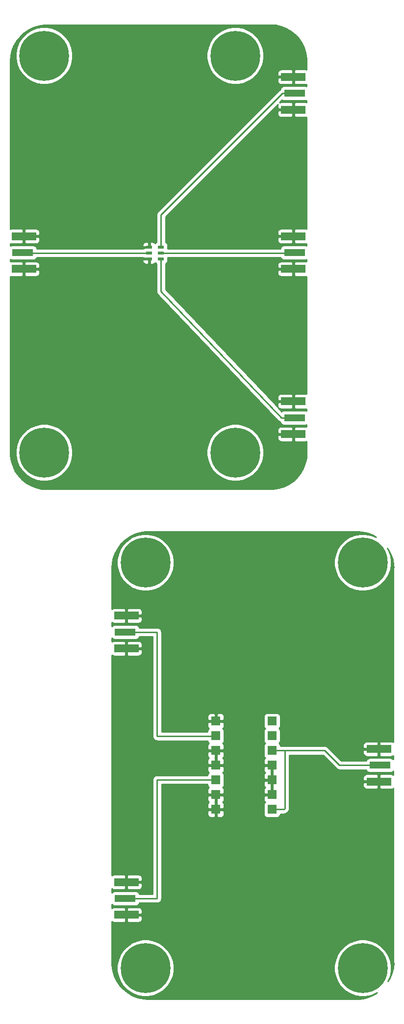
<source format=gbr>
%TF.GenerationSoftware,KiCad,Pcbnew,(5.1.6)-1*%
%TF.CreationDate,2021-12-16T16:10:30-05:00*%
%TF.ProjectId,RFID_PROJECT,52464944-5f50-4524-9f4a-4543542e6b69,c*%
%TF.SameCoordinates,Original*%
%TF.FileFunction,Copper,L1,Top*%
%TF.FilePolarity,Positive*%
%FSLAX46Y46*%
G04 Gerber Fmt 4.6, Leading zero omitted, Abs format (unit mm)*
G04 Created by KiCad (PCBNEW (5.1.6)-1) date 2021-12-16 16:10:30*
%MOMM*%
%LPD*%
G01*
G04 APERTURE LIST*
%TA.AperFunction,ComponentPad*%
%ADD10C,0.900000*%
%TD*%
%TA.AperFunction,ComponentPad*%
%ADD11C,8.600000*%
%TD*%
%TA.AperFunction,SMDPad,CuDef*%
%ADD12R,1.600000X1.550000*%
%TD*%
%TA.AperFunction,SMDPad,CuDef*%
%ADD13R,1.070000X0.600000*%
%TD*%
%TA.AperFunction,SMDPad,CuDef*%
%ADD14R,4.200000X1.350000*%
%TD*%
%TA.AperFunction,SMDPad,CuDef*%
%ADD15R,3.600000X1.270000*%
%TD*%
%TA.AperFunction,ViaPad*%
%ADD16C,1.000000*%
%TD*%
%TA.AperFunction,Conductor*%
%ADD17C,0.293370*%
%TD*%
%TA.AperFunction,Conductor*%
%ADD18C,0.254000*%
%TD*%
G04 APERTURE END LIST*
D10*
%TO.P,H8,1*%
%TO.N,N/C*%
X146280419Y-182219581D03*
X144000000Y-181275000D03*
X141719581Y-182219581D03*
X140775000Y-184500000D03*
X141719581Y-186780419D03*
X144000000Y-187725000D03*
X146280419Y-186780419D03*
X147225000Y-184500000D03*
D11*
X144000000Y-184500000D03*
%TD*%
D10*
%TO.P,H7,1*%
%TO.N,N/C*%
X108780419Y-182219581D03*
X106500000Y-181275000D03*
X104219581Y-182219581D03*
X103275000Y-184500000D03*
X104219581Y-186780419D03*
X106500000Y-187725000D03*
X108780419Y-186780419D03*
X109725000Y-184500000D03*
D11*
X106500000Y-184500000D03*
%TD*%
D10*
%TO.P,H6,1*%
%TO.N,N/C*%
X146280419Y-112219581D03*
X144000000Y-111275000D03*
X141719581Y-112219581D03*
X140775000Y-114500000D03*
X141719581Y-116780419D03*
X144000000Y-117725000D03*
X146280419Y-116780419D03*
X147225000Y-114500000D03*
D11*
X144000000Y-114500000D03*
%TD*%
D10*
%TO.P,H5,1*%
%TO.N,N/C*%
X108780419Y-112219581D03*
X106500000Y-111275000D03*
X104219581Y-112219581D03*
X103275000Y-114500000D03*
X104219581Y-116780419D03*
X106500000Y-117725000D03*
X108780419Y-116780419D03*
X109725000Y-114500000D03*
D11*
X106500000Y-114500000D03*
%TD*%
D10*
%TO.P,H4,1*%
%TO.N,N/C*%
X124280419Y-93219581D03*
X122000000Y-92275000D03*
X119719581Y-93219581D03*
X118775000Y-95500000D03*
X119719581Y-97780419D03*
X122000000Y-98725000D03*
X124280419Y-97780419D03*
X125225000Y-95500000D03*
D11*
X122000000Y-95500000D03*
%TD*%
D10*
%TO.P,H3,1*%
%TO.N,N/C*%
X91280419Y-93219581D03*
X89000000Y-92275000D03*
X86719581Y-93219581D03*
X85775000Y-95500000D03*
X86719581Y-97780419D03*
X89000000Y-98725000D03*
X91280419Y-97780419D03*
X92225000Y-95500000D03*
D11*
X89000000Y-95500000D03*
%TD*%
D10*
%TO.P,H2,1*%
%TO.N,N/C*%
X124280419Y-24719581D03*
X122000000Y-23775000D03*
X119719581Y-24719581D03*
X118775000Y-27000000D03*
X119719581Y-29280419D03*
X122000000Y-30225000D03*
X124280419Y-29280419D03*
X125225000Y-27000000D03*
D11*
X122000000Y-27000000D03*
%TD*%
D10*
%TO.P,H1,1*%
%TO.N,N/C*%
X91280419Y-24719581D03*
X89000000Y-23775000D03*
X86719581Y-24719581D03*
X85775000Y-27000000D03*
X86719581Y-29280419D03*
X89000000Y-30225000D03*
X91280419Y-29280419D03*
X92225000Y-27000000D03*
D11*
X89000000Y-27000000D03*
%TD*%
D12*
%TO.P,U2,7*%
%TO.N,GND1*%
X118650000Y-157120000D03*
%TO.P,U2,8*%
%TO.N,Net-(J7-Pad1)*%
X128350000Y-157120000D03*
%TO.P,U2,6*%
%TO.N,GND1*%
X118650000Y-154580000D03*
%TO.P,U2,9*%
X128350000Y-154580000D03*
%TO.P,U2,5*%
%TO.N,Net-(J6-Pad1)*%
X118650000Y-152040000D03*
%TO.P,U2,10*%
%TO.N,GND1*%
X128350000Y-152040000D03*
%TO.P,U2,4*%
X118650000Y-149500000D03*
%TO.P,U2,11*%
X128350000Y-149500000D03*
%TO.P,U2,3*%
X118650000Y-146960000D03*
%TO.P,U2,12*%
%TO.N,Net-(J7-Pad1)*%
X128350000Y-146960000D03*
%TO.P,U2,2*%
%TO.N,Net-(J5-Pad1)*%
X118650000Y-144420000D03*
%TO.P,U2,13*%
%TO.N,N/C*%
X128350000Y-144420000D03*
%TO.P,U2,1*%
%TO.N,GND1*%
X118650000Y-141880000D03*
%TO.P,U2,14*%
%TO.N,N/C*%
X128350000Y-141880000D03*
%TD*%
D13*
%TO.P,U1,6*%
%TO.N,Net-(J2-Pad1)*%
X109177501Y-60070000D03*
%TO.P,U1,1*%
%TO.N,GND*%
X107127501Y-60080000D03*
%TO.P,U1,5*%
%TO.N,Net-(J3-Pad1)*%
X109177501Y-61060000D03*
%TO.P,U1,2*%
%TO.N,Net-(J1-Pad1)*%
X107127501Y-61070000D03*
%TO.P,U1,4*%
%TO.N,Net-(J4-Pad1)*%
X109177501Y-62050000D03*
%TO.P,U1,3*%
%TO.N,GND*%
X107127501Y-62060000D03*
%TD*%
D14*
%TO.P,J1,2*%
%TO.N,GND*%
X85500000Y-58175000D03*
X85500000Y-63825000D03*
D15*
%TO.P,J1,1*%
%TO.N,Net-(J1-Pad1)*%
X85300000Y-61000000D03*
%TD*%
%TO.P,J2,1*%
%TO.N,Net-(J2-Pad1)*%
X132230001Y-33500000D03*
D14*
%TO.P,J2,2*%
%TO.N,GND*%
X132030001Y-30675000D03*
X132030001Y-36325000D03*
%TD*%
%TO.P,J3,2*%
%TO.N,GND*%
X132030001Y-63825000D03*
X132030001Y-58175000D03*
D15*
%TO.P,J3,1*%
%TO.N,Net-(J3-Pad1)*%
X132230001Y-61000000D03*
%TD*%
%TO.P,J4,1*%
%TO.N,Net-(J4-Pad1)*%
X132230001Y-89500000D03*
D14*
%TO.P,J4,2*%
%TO.N,GND*%
X132030001Y-86675000D03*
X132030001Y-92325000D03*
%TD*%
%TO.P,J5,2*%
%TO.N,GND1*%
X103200000Y-123675000D03*
X103200000Y-129325000D03*
D15*
%TO.P,J5,1*%
%TO.N,Net-(J5-Pad1)*%
X103000000Y-126500000D03*
%TD*%
D14*
%TO.P,J6,2*%
%TO.N,GND1*%
X103200000Y-169675000D03*
X103200000Y-175325000D03*
D15*
%TO.P,J6,1*%
%TO.N,Net-(J6-Pad1)*%
X103000000Y-172500000D03*
%TD*%
%TO.P,J7,1*%
%TO.N,Net-(J7-Pad1)*%
X147000000Y-149500000D03*
D14*
%TO.P,J7,2*%
%TO.N,GND1*%
X146800000Y-146675000D03*
X146800000Y-152325000D03*
%TD*%
D16*
%TO.N,GND*%
X94000000Y-32500000D03*
X117000000Y-32500000D03*
X116000000Y-90500000D03*
X94000000Y-90500000D03*
%TO.N,GND1*%
X110500000Y-119500000D03*
X138500000Y-118500000D03*
X138500000Y-179500000D03*
X110500000Y-179500000D03*
%TD*%
D17*
%TO.N,Net-(J1-Pad1)*%
X85370000Y-61070000D02*
X85300000Y-61000000D01*
X107127501Y-61070000D02*
X85370000Y-61070000D01*
%TO.N,Net-(J2-Pad1)*%
X130136631Y-33500000D02*
X132230001Y-33500000D01*
X109177501Y-54459130D02*
X130136631Y-33500000D01*
X109177501Y-60070000D02*
X109177501Y-54459130D01*
%TO.N,Net-(J3-Pad1)*%
X132170001Y-61060000D02*
X132230001Y-61000000D01*
X109177501Y-61060000D02*
X132170001Y-61060000D01*
%TO.N,Net-(J4-Pad1)*%
X109177501Y-62000000D02*
X109177501Y-67677501D01*
X130000000Y-89500000D02*
X132230001Y-89500000D01*
X109177501Y-67677501D02*
X130000000Y-89500000D01*
%TO.N,Net-(J5-Pad1)*%
X103000000Y-126500000D02*
X108500000Y-126500000D01*
X108500000Y-126500000D02*
X108500000Y-144500000D01*
X118570000Y-144500000D02*
X118650000Y-144420000D01*
X108500000Y-144500000D02*
X118570000Y-144500000D01*
%TO.N,Net-(J6-Pad1)*%
X118610000Y-152000000D02*
X118650000Y-152040000D01*
X108500000Y-152000000D02*
X118610000Y-152000000D01*
X103000000Y-172500000D02*
X108500000Y-172500000D01*
X108500000Y-172500000D02*
X108500000Y-152000000D01*
%TO.N,Net-(J7-Pad1)*%
X137460000Y-146960000D02*
X140000000Y-149500000D01*
X140000000Y-149500000D02*
X147000000Y-149500000D01*
X128350000Y-157120000D02*
X130380000Y-157120000D01*
X130380000Y-157120000D02*
X130540000Y-156960000D01*
X130540000Y-156960000D02*
X130540000Y-146960000D01*
X128350000Y-146960000D02*
X130540000Y-146960000D01*
X130540000Y-146960000D02*
X137460000Y-146960000D01*
%TD*%
D18*
%TO.N,GND*%
G36*
X106116251Y-61933000D02*
G01*
X106298740Y-61933000D01*
X106348321Y-61959502D01*
X106468019Y-61995812D01*
X106592501Y-62008072D01*
X107274501Y-62008072D01*
X107274501Y-62187000D01*
X107254501Y-62187000D01*
X107254501Y-62836250D01*
X107413251Y-62995000D01*
X107662501Y-62998072D01*
X107786983Y-62985812D01*
X107906681Y-62949502D01*
X108016995Y-62890537D01*
X108113686Y-62811185D01*
X108156604Y-62758889D01*
X108191316Y-62801185D01*
X108288007Y-62880537D01*
X108395816Y-62938163D01*
X108395817Y-67629904D01*
X108392250Y-67659088D01*
X108395817Y-67706731D01*
X108395817Y-67715899D01*
X108398679Y-67744952D01*
X108403746Y-67812636D01*
X108406223Y-67821548D01*
X108407128Y-67830738D01*
X108426810Y-67895623D01*
X108444978Y-67960991D01*
X108449142Y-67969240D01*
X108451825Y-67978086D01*
X108483800Y-68037907D01*
X108514359Y-68098452D01*
X108520053Y-68105732D01*
X108524410Y-68113883D01*
X108567434Y-68166307D01*
X108585453Y-68189345D01*
X108591794Y-68195990D01*
X108622093Y-68232910D01*
X108644813Y-68251556D01*
X129414285Y-90018481D01*
X129444591Y-90055409D01*
X129497033Y-90098447D01*
X129548427Y-90142682D01*
X129556473Y-90147228D01*
X129563618Y-90153092D01*
X129623448Y-90185072D01*
X129682485Y-90218430D01*
X129691261Y-90221318D01*
X129699415Y-90225677D01*
X129764332Y-90245369D01*
X129804088Y-90258454D01*
X129804189Y-90259482D01*
X129840499Y-90379180D01*
X129899464Y-90489494D01*
X129978816Y-90586185D01*
X130075507Y-90665537D01*
X130185821Y-90724502D01*
X130305519Y-90760812D01*
X130430001Y-90773072D01*
X134030001Y-90773072D01*
X134154483Y-90760812D01*
X134274181Y-90724502D01*
X134315001Y-90702683D01*
X134315001Y-91042546D01*
X134254483Y-91024188D01*
X134130001Y-91011928D01*
X132315751Y-91015000D01*
X132157001Y-91173750D01*
X132157001Y-92198000D01*
X132177001Y-92198000D01*
X132177001Y-92452000D01*
X132157001Y-92452000D01*
X132157001Y-93476250D01*
X132315751Y-93635000D01*
X134130001Y-93638072D01*
X134254483Y-93625812D01*
X134315001Y-93607454D01*
X134315001Y-95533647D01*
X134324913Y-95634283D01*
X134327554Y-95642990D01*
X134268561Y-96436841D01*
X134061231Y-97353106D01*
X133720748Y-98228657D01*
X133254590Y-99044265D01*
X132672995Y-99782014D01*
X131988749Y-100425689D01*
X131216871Y-100961160D01*
X130374323Y-101376659D01*
X129479624Y-101663054D01*
X128542414Y-101815689D01*
X128159055Y-101832427D01*
X128134283Y-101824912D01*
X128033647Y-101815000D01*
X89466353Y-101815000D01*
X89365717Y-101824912D01*
X89357007Y-101827554D01*
X88563159Y-101768561D01*
X87646894Y-101561231D01*
X86771343Y-101220748D01*
X85955735Y-100754590D01*
X85217986Y-100172995D01*
X84574311Y-99488749D01*
X84038840Y-98716871D01*
X83623341Y-97874323D01*
X83336946Y-96979624D01*
X83184311Y-96042414D01*
X83167573Y-95659055D01*
X83175088Y-95634283D01*
X83185000Y-95533647D01*
X83185000Y-95013945D01*
X84065000Y-95013945D01*
X84065000Y-95986055D01*
X84254650Y-96939486D01*
X84626660Y-97837599D01*
X85166735Y-98645879D01*
X85854121Y-99333265D01*
X86662401Y-99873340D01*
X87560514Y-100245350D01*
X88513945Y-100435000D01*
X89486055Y-100435000D01*
X90439486Y-100245350D01*
X91337599Y-99873340D01*
X92145879Y-99333265D01*
X92833265Y-98645879D01*
X93373340Y-97837599D01*
X93745350Y-96939486D01*
X93935000Y-95986055D01*
X93935000Y-95013945D01*
X117065000Y-95013945D01*
X117065000Y-95986055D01*
X117254650Y-96939486D01*
X117626660Y-97837599D01*
X118166735Y-98645879D01*
X118854121Y-99333265D01*
X119662401Y-99873340D01*
X120560514Y-100245350D01*
X121513945Y-100435000D01*
X122486055Y-100435000D01*
X123439486Y-100245350D01*
X124337599Y-99873340D01*
X125145879Y-99333265D01*
X125833265Y-98645879D01*
X126373340Y-97837599D01*
X126745350Y-96939486D01*
X126935000Y-95986055D01*
X126935000Y-95013945D01*
X126745350Y-94060514D01*
X126373340Y-93162401D01*
X126264828Y-93000000D01*
X129291929Y-93000000D01*
X129304189Y-93124482D01*
X129340499Y-93244180D01*
X129399464Y-93354494D01*
X129478816Y-93451185D01*
X129575507Y-93530537D01*
X129685821Y-93589502D01*
X129805519Y-93625812D01*
X129930001Y-93638072D01*
X131744251Y-93635000D01*
X131903001Y-93476250D01*
X131903001Y-92452000D01*
X129453751Y-92452000D01*
X129295001Y-92610750D01*
X129291929Y-93000000D01*
X126264828Y-93000000D01*
X125833265Y-92354121D01*
X125145879Y-91666735D01*
X125120834Y-91650000D01*
X129291929Y-91650000D01*
X129295001Y-92039250D01*
X129453751Y-92198000D01*
X131903001Y-92198000D01*
X131903001Y-91173750D01*
X131744251Y-91015000D01*
X129930001Y-91011928D01*
X129805519Y-91024188D01*
X129685821Y-91060498D01*
X129575507Y-91119463D01*
X129478816Y-91198815D01*
X129399464Y-91295506D01*
X129340499Y-91405820D01*
X129304189Y-91525518D01*
X129291929Y-91650000D01*
X125120834Y-91650000D01*
X124337599Y-91126660D01*
X123439486Y-90754650D01*
X122486055Y-90565000D01*
X121513945Y-90565000D01*
X120560514Y-90754650D01*
X119662401Y-91126660D01*
X118854121Y-91666735D01*
X118166735Y-92354121D01*
X117626660Y-93162401D01*
X117254650Y-94060514D01*
X117065000Y-95013945D01*
X93935000Y-95013945D01*
X93745350Y-94060514D01*
X93373340Y-93162401D01*
X92833265Y-92354121D01*
X92145879Y-91666735D01*
X91337599Y-91126660D01*
X90439486Y-90754650D01*
X89486055Y-90565000D01*
X88513945Y-90565000D01*
X87560514Y-90754650D01*
X86662401Y-91126660D01*
X85854121Y-91666735D01*
X85166735Y-92354121D01*
X84626660Y-93162401D01*
X84254650Y-94060514D01*
X84065000Y-95013945D01*
X83185000Y-95013945D01*
X83185000Y-65098354D01*
X83275518Y-65125812D01*
X83400000Y-65138072D01*
X85214250Y-65135000D01*
X85373000Y-64976250D01*
X85373000Y-63952000D01*
X85627000Y-63952000D01*
X85627000Y-64976250D01*
X85785750Y-65135000D01*
X87600000Y-65138072D01*
X87724482Y-65125812D01*
X87844180Y-65089502D01*
X87954494Y-65030537D01*
X88051185Y-64951185D01*
X88130537Y-64854494D01*
X88189502Y-64744180D01*
X88225812Y-64624482D01*
X88238072Y-64500000D01*
X88235000Y-64110750D01*
X88076250Y-63952000D01*
X85627000Y-63952000D01*
X85373000Y-63952000D01*
X85353000Y-63952000D01*
X85353000Y-63698000D01*
X85373000Y-63698000D01*
X85373000Y-62673750D01*
X85627000Y-62673750D01*
X85627000Y-63698000D01*
X88076250Y-63698000D01*
X88235000Y-63539250D01*
X88238072Y-63150000D01*
X88225812Y-63025518D01*
X88189502Y-62905820D01*
X88130537Y-62795506D01*
X88051185Y-62698815D01*
X87954494Y-62619463D01*
X87844180Y-62560498D01*
X87724482Y-62524188D01*
X87600000Y-62511928D01*
X85785750Y-62515000D01*
X85627000Y-62673750D01*
X85373000Y-62673750D01*
X85214250Y-62515000D01*
X83400000Y-62511928D01*
X83275518Y-62524188D01*
X83185000Y-62551646D01*
X83185000Y-62360000D01*
X105954429Y-62360000D01*
X105966689Y-62484482D01*
X106002999Y-62604180D01*
X106061964Y-62714494D01*
X106141316Y-62811185D01*
X106238007Y-62890537D01*
X106348321Y-62949502D01*
X106468019Y-62985812D01*
X106592501Y-62998072D01*
X106841751Y-62995000D01*
X107000501Y-62836250D01*
X107000501Y-62187000D01*
X106116251Y-62187000D01*
X105957501Y-62345750D01*
X105954429Y-62360000D01*
X83185000Y-62360000D01*
X83185000Y-62186647D01*
X83255820Y-62224502D01*
X83375518Y-62260812D01*
X83500000Y-62273072D01*
X87100000Y-62273072D01*
X87224482Y-62260812D01*
X87344180Y-62224502D01*
X87454494Y-62165537D01*
X87551185Y-62086185D01*
X87630537Y-61989494D01*
X87689502Y-61879180D01*
X87697843Y-61851685D01*
X106034936Y-61851685D01*
X106116251Y-61933000D01*
G37*
X106116251Y-61933000D02*
X106298740Y-61933000D01*
X106348321Y-61959502D01*
X106468019Y-61995812D01*
X106592501Y-62008072D01*
X107274501Y-62008072D01*
X107274501Y-62187000D01*
X107254501Y-62187000D01*
X107254501Y-62836250D01*
X107413251Y-62995000D01*
X107662501Y-62998072D01*
X107786983Y-62985812D01*
X107906681Y-62949502D01*
X108016995Y-62890537D01*
X108113686Y-62811185D01*
X108156604Y-62758889D01*
X108191316Y-62801185D01*
X108288007Y-62880537D01*
X108395816Y-62938163D01*
X108395817Y-67629904D01*
X108392250Y-67659088D01*
X108395817Y-67706731D01*
X108395817Y-67715899D01*
X108398679Y-67744952D01*
X108403746Y-67812636D01*
X108406223Y-67821548D01*
X108407128Y-67830738D01*
X108426810Y-67895623D01*
X108444978Y-67960991D01*
X108449142Y-67969240D01*
X108451825Y-67978086D01*
X108483800Y-68037907D01*
X108514359Y-68098452D01*
X108520053Y-68105732D01*
X108524410Y-68113883D01*
X108567434Y-68166307D01*
X108585453Y-68189345D01*
X108591794Y-68195990D01*
X108622093Y-68232910D01*
X108644813Y-68251556D01*
X129414285Y-90018481D01*
X129444591Y-90055409D01*
X129497033Y-90098447D01*
X129548427Y-90142682D01*
X129556473Y-90147228D01*
X129563618Y-90153092D01*
X129623448Y-90185072D01*
X129682485Y-90218430D01*
X129691261Y-90221318D01*
X129699415Y-90225677D01*
X129764332Y-90245369D01*
X129804088Y-90258454D01*
X129804189Y-90259482D01*
X129840499Y-90379180D01*
X129899464Y-90489494D01*
X129978816Y-90586185D01*
X130075507Y-90665537D01*
X130185821Y-90724502D01*
X130305519Y-90760812D01*
X130430001Y-90773072D01*
X134030001Y-90773072D01*
X134154483Y-90760812D01*
X134274181Y-90724502D01*
X134315001Y-90702683D01*
X134315001Y-91042546D01*
X134254483Y-91024188D01*
X134130001Y-91011928D01*
X132315751Y-91015000D01*
X132157001Y-91173750D01*
X132157001Y-92198000D01*
X132177001Y-92198000D01*
X132177001Y-92452000D01*
X132157001Y-92452000D01*
X132157001Y-93476250D01*
X132315751Y-93635000D01*
X134130001Y-93638072D01*
X134254483Y-93625812D01*
X134315001Y-93607454D01*
X134315001Y-95533647D01*
X134324913Y-95634283D01*
X134327554Y-95642990D01*
X134268561Y-96436841D01*
X134061231Y-97353106D01*
X133720748Y-98228657D01*
X133254590Y-99044265D01*
X132672995Y-99782014D01*
X131988749Y-100425689D01*
X131216871Y-100961160D01*
X130374323Y-101376659D01*
X129479624Y-101663054D01*
X128542414Y-101815689D01*
X128159055Y-101832427D01*
X128134283Y-101824912D01*
X128033647Y-101815000D01*
X89466353Y-101815000D01*
X89365717Y-101824912D01*
X89357007Y-101827554D01*
X88563159Y-101768561D01*
X87646894Y-101561231D01*
X86771343Y-101220748D01*
X85955735Y-100754590D01*
X85217986Y-100172995D01*
X84574311Y-99488749D01*
X84038840Y-98716871D01*
X83623341Y-97874323D01*
X83336946Y-96979624D01*
X83184311Y-96042414D01*
X83167573Y-95659055D01*
X83175088Y-95634283D01*
X83185000Y-95533647D01*
X83185000Y-95013945D01*
X84065000Y-95013945D01*
X84065000Y-95986055D01*
X84254650Y-96939486D01*
X84626660Y-97837599D01*
X85166735Y-98645879D01*
X85854121Y-99333265D01*
X86662401Y-99873340D01*
X87560514Y-100245350D01*
X88513945Y-100435000D01*
X89486055Y-100435000D01*
X90439486Y-100245350D01*
X91337599Y-99873340D01*
X92145879Y-99333265D01*
X92833265Y-98645879D01*
X93373340Y-97837599D01*
X93745350Y-96939486D01*
X93935000Y-95986055D01*
X93935000Y-95013945D01*
X117065000Y-95013945D01*
X117065000Y-95986055D01*
X117254650Y-96939486D01*
X117626660Y-97837599D01*
X118166735Y-98645879D01*
X118854121Y-99333265D01*
X119662401Y-99873340D01*
X120560514Y-100245350D01*
X121513945Y-100435000D01*
X122486055Y-100435000D01*
X123439486Y-100245350D01*
X124337599Y-99873340D01*
X125145879Y-99333265D01*
X125833265Y-98645879D01*
X126373340Y-97837599D01*
X126745350Y-96939486D01*
X126935000Y-95986055D01*
X126935000Y-95013945D01*
X126745350Y-94060514D01*
X126373340Y-93162401D01*
X126264828Y-93000000D01*
X129291929Y-93000000D01*
X129304189Y-93124482D01*
X129340499Y-93244180D01*
X129399464Y-93354494D01*
X129478816Y-93451185D01*
X129575507Y-93530537D01*
X129685821Y-93589502D01*
X129805519Y-93625812D01*
X129930001Y-93638072D01*
X131744251Y-93635000D01*
X131903001Y-93476250D01*
X131903001Y-92452000D01*
X129453751Y-92452000D01*
X129295001Y-92610750D01*
X129291929Y-93000000D01*
X126264828Y-93000000D01*
X125833265Y-92354121D01*
X125145879Y-91666735D01*
X125120834Y-91650000D01*
X129291929Y-91650000D01*
X129295001Y-92039250D01*
X129453751Y-92198000D01*
X131903001Y-92198000D01*
X131903001Y-91173750D01*
X131744251Y-91015000D01*
X129930001Y-91011928D01*
X129805519Y-91024188D01*
X129685821Y-91060498D01*
X129575507Y-91119463D01*
X129478816Y-91198815D01*
X129399464Y-91295506D01*
X129340499Y-91405820D01*
X129304189Y-91525518D01*
X129291929Y-91650000D01*
X125120834Y-91650000D01*
X124337599Y-91126660D01*
X123439486Y-90754650D01*
X122486055Y-90565000D01*
X121513945Y-90565000D01*
X120560514Y-90754650D01*
X119662401Y-91126660D01*
X118854121Y-91666735D01*
X118166735Y-92354121D01*
X117626660Y-93162401D01*
X117254650Y-94060514D01*
X117065000Y-95013945D01*
X93935000Y-95013945D01*
X93745350Y-94060514D01*
X93373340Y-93162401D01*
X92833265Y-92354121D01*
X92145879Y-91666735D01*
X91337599Y-91126660D01*
X90439486Y-90754650D01*
X89486055Y-90565000D01*
X88513945Y-90565000D01*
X87560514Y-90754650D01*
X86662401Y-91126660D01*
X85854121Y-91666735D01*
X85166735Y-92354121D01*
X84626660Y-93162401D01*
X84254650Y-94060514D01*
X84065000Y-95013945D01*
X83185000Y-95013945D01*
X83185000Y-65098354D01*
X83275518Y-65125812D01*
X83400000Y-65138072D01*
X85214250Y-65135000D01*
X85373000Y-64976250D01*
X85373000Y-63952000D01*
X85627000Y-63952000D01*
X85627000Y-64976250D01*
X85785750Y-65135000D01*
X87600000Y-65138072D01*
X87724482Y-65125812D01*
X87844180Y-65089502D01*
X87954494Y-65030537D01*
X88051185Y-64951185D01*
X88130537Y-64854494D01*
X88189502Y-64744180D01*
X88225812Y-64624482D01*
X88238072Y-64500000D01*
X88235000Y-64110750D01*
X88076250Y-63952000D01*
X85627000Y-63952000D01*
X85373000Y-63952000D01*
X85353000Y-63952000D01*
X85353000Y-63698000D01*
X85373000Y-63698000D01*
X85373000Y-62673750D01*
X85627000Y-62673750D01*
X85627000Y-63698000D01*
X88076250Y-63698000D01*
X88235000Y-63539250D01*
X88238072Y-63150000D01*
X88225812Y-63025518D01*
X88189502Y-62905820D01*
X88130537Y-62795506D01*
X88051185Y-62698815D01*
X87954494Y-62619463D01*
X87844180Y-62560498D01*
X87724482Y-62524188D01*
X87600000Y-62511928D01*
X85785750Y-62515000D01*
X85627000Y-62673750D01*
X85373000Y-62673750D01*
X85214250Y-62515000D01*
X83400000Y-62511928D01*
X83275518Y-62524188D01*
X83185000Y-62551646D01*
X83185000Y-62360000D01*
X105954429Y-62360000D01*
X105966689Y-62484482D01*
X106002999Y-62604180D01*
X106061964Y-62714494D01*
X106141316Y-62811185D01*
X106238007Y-62890537D01*
X106348321Y-62949502D01*
X106468019Y-62985812D01*
X106592501Y-62998072D01*
X106841751Y-62995000D01*
X107000501Y-62836250D01*
X107000501Y-62187000D01*
X106116251Y-62187000D01*
X105957501Y-62345750D01*
X105954429Y-62360000D01*
X83185000Y-62360000D01*
X83185000Y-62186647D01*
X83255820Y-62224502D01*
X83375518Y-62260812D01*
X83500000Y-62273072D01*
X87100000Y-62273072D01*
X87224482Y-62260812D01*
X87344180Y-62224502D01*
X87454494Y-62165537D01*
X87551185Y-62086185D01*
X87630537Y-61989494D01*
X87689502Y-61879180D01*
X87697843Y-61851685D01*
X106034936Y-61851685D01*
X106116251Y-61933000D01*
G36*
X129840499Y-61879180D02*
G01*
X129899464Y-61989494D01*
X129978816Y-62086185D01*
X130075507Y-62165537D01*
X130185821Y-62224502D01*
X130305519Y-62260812D01*
X130430001Y-62273072D01*
X134030001Y-62273072D01*
X134154483Y-62260812D01*
X134274181Y-62224502D01*
X134315001Y-62202683D01*
X134315001Y-62542546D01*
X134254483Y-62524188D01*
X134130001Y-62511928D01*
X132315751Y-62515000D01*
X132157001Y-62673750D01*
X132157001Y-63698000D01*
X132177001Y-63698000D01*
X132177001Y-63952000D01*
X132157001Y-63952000D01*
X132157001Y-64976250D01*
X132315751Y-65135000D01*
X134130001Y-65138072D01*
X134254483Y-65125812D01*
X134315001Y-65107454D01*
X134315001Y-85392546D01*
X134254483Y-85374188D01*
X134130001Y-85361928D01*
X132315751Y-85365000D01*
X132157001Y-85523750D01*
X132157001Y-86548000D01*
X132177001Y-86548000D01*
X132177001Y-86802000D01*
X132157001Y-86802000D01*
X132157001Y-87826250D01*
X132315751Y-87985000D01*
X134130001Y-87988072D01*
X134254483Y-87975812D01*
X134315001Y-87957454D01*
X134315001Y-88297317D01*
X134274181Y-88275498D01*
X134154483Y-88239188D01*
X134030001Y-88226928D01*
X130430001Y-88226928D01*
X130305519Y-88239188D01*
X130185821Y-88275498D01*
X130075507Y-88334463D01*
X130015388Y-88383801D01*
X129028961Y-87350000D01*
X129291929Y-87350000D01*
X129304189Y-87474482D01*
X129340499Y-87594180D01*
X129399464Y-87704494D01*
X129478816Y-87801185D01*
X129575507Y-87880537D01*
X129685821Y-87939502D01*
X129805519Y-87975812D01*
X129930001Y-87988072D01*
X131744251Y-87985000D01*
X131903001Y-87826250D01*
X131903001Y-86802000D01*
X129453751Y-86802000D01*
X129295001Y-86960750D01*
X129291929Y-87350000D01*
X129028961Y-87350000D01*
X127740824Y-86000000D01*
X129291929Y-86000000D01*
X129295001Y-86389250D01*
X129453751Y-86548000D01*
X131903001Y-86548000D01*
X131903001Y-85523750D01*
X131744251Y-85365000D01*
X129930001Y-85361928D01*
X129805519Y-85374188D01*
X129685821Y-85410498D01*
X129575507Y-85469463D01*
X129478816Y-85548815D01*
X129399464Y-85645506D01*
X129340499Y-85755820D01*
X129304189Y-85875518D01*
X129291929Y-86000000D01*
X127740824Y-86000000D01*
X109959186Y-67364401D01*
X109959186Y-64500000D01*
X129291929Y-64500000D01*
X129304189Y-64624482D01*
X129340499Y-64744180D01*
X129399464Y-64854494D01*
X129478816Y-64951185D01*
X129575507Y-65030537D01*
X129685821Y-65089502D01*
X129805519Y-65125812D01*
X129930001Y-65138072D01*
X131744251Y-65135000D01*
X131903001Y-64976250D01*
X131903001Y-63952000D01*
X129453751Y-63952000D01*
X129295001Y-64110750D01*
X129291929Y-64500000D01*
X109959186Y-64500000D01*
X109959186Y-63150000D01*
X129291929Y-63150000D01*
X129295001Y-63539250D01*
X129453751Y-63698000D01*
X131903001Y-63698000D01*
X131903001Y-62673750D01*
X131744251Y-62515000D01*
X129930001Y-62511928D01*
X129805519Y-62524188D01*
X129685821Y-62560498D01*
X129575507Y-62619463D01*
X129478816Y-62698815D01*
X129399464Y-62795506D01*
X129340499Y-62905820D01*
X129304189Y-63025518D01*
X129291929Y-63150000D01*
X109959186Y-63150000D01*
X109959186Y-62938163D01*
X110066995Y-62880537D01*
X110163686Y-62801185D01*
X110243038Y-62704494D01*
X110302003Y-62594180D01*
X110338313Y-62474482D01*
X110350573Y-62350000D01*
X110350573Y-61841685D01*
X129829125Y-61841685D01*
X129840499Y-61879180D01*
G37*
X129840499Y-61879180D02*
X129899464Y-61989494D01*
X129978816Y-62086185D01*
X130075507Y-62165537D01*
X130185821Y-62224502D01*
X130305519Y-62260812D01*
X130430001Y-62273072D01*
X134030001Y-62273072D01*
X134154483Y-62260812D01*
X134274181Y-62224502D01*
X134315001Y-62202683D01*
X134315001Y-62542546D01*
X134254483Y-62524188D01*
X134130001Y-62511928D01*
X132315751Y-62515000D01*
X132157001Y-62673750D01*
X132157001Y-63698000D01*
X132177001Y-63698000D01*
X132177001Y-63952000D01*
X132157001Y-63952000D01*
X132157001Y-64976250D01*
X132315751Y-65135000D01*
X134130001Y-65138072D01*
X134254483Y-65125812D01*
X134315001Y-65107454D01*
X134315001Y-85392546D01*
X134254483Y-85374188D01*
X134130001Y-85361928D01*
X132315751Y-85365000D01*
X132157001Y-85523750D01*
X132157001Y-86548000D01*
X132177001Y-86548000D01*
X132177001Y-86802000D01*
X132157001Y-86802000D01*
X132157001Y-87826250D01*
X132315751Y-87985000D01*
X134130001Y-87988072D01*
X134254483Y-87975812D01*
X134315001Y-87957454D01*
X134315001Y-88297317D01*
X134274181Y-88275498D01*
X134154483Y-88239188D01*
X134030001Y-88226928D01*
X130430001Y-88226928D01*
X130305519Y-88239188D01*
X130185821Y-88275498D01*
X130075507Y-88334463D01*
X130015388Y-88383801D01*
X129028961Y-87350000D01*
X129291929Y-87350000D01*
X129304189Y-87474482D01*
X129340499Y-87594180D01*
X129399464Y-87704494D01*
X129478816Y-87801185D01*
X129575507Y-87880537D01*
X129685821Y-87939502D01*
X129805519Y-87975812D01*
X129930001Y-87988072D01*
X131744251Y-87985000D01*
X131903001Y-87826250D01*
X131903001Y-86802000D01*
X129453751Y-86802000D01*
X129295001Y-86960750D01*
X129291929Y-87350000D01*
X129028961Y-87350000D01*
X127740824Y-86000000D01*
X129291929Y-86000000D01*
X129295001Y-86389250D01*
X129453751Y-86548000D01*
X131903001Y-86548000D01*
X131903001Y-85523750D01*
X131744251Y-85365000D01*
X129930001Y-85361928D01*
X129805519Y-85374188D01*
X129685821Y-85410498D01*
X129575507Y-85469463D01*
X129478816Y-85548815D01*
X129399464Y-85645506D01*
X129340499Y-85755820D01*
X129304189Y-85875518D01*
X129291929Y-86000000D01*
X127740824Y-86000000D01*
X109959186Y-67364401D01*
X109959186Y-64500000D01*
X129291929Y-64500000D01*
X129304189Y-64624482D01*
X129340499Y-64744180D01*
X129399464Y-64854494D01*
X129478816Y-64951185D01*
X129575507Y-65030537D01*
X129685821Y-65089502D01*
X129805519Y-65125812D01*
X129930001Y-65138072D01*
X131744251Y-65135000D01*
X131903001Y-64976250D01*
X131903001Y-63952000D01*
X129453751Y-63952000D01*
X129295001Y-64110750D01*
X129291929Y-64500000D01*
X109959186Y-64500000D01*
X109959186Y-63150000D01*
X129291929Y-63150000D01*
X129295001Y-63539250D01*
X129453751Y-63698000D01*
X131903001Y-63698000D01*
X131903001Y-62673750D01*
X131744251Y-62515000D01*
X129930001Y-62511928D01*
X129805519Y-62524188D01*
X129685821Y-62560498D01*
X129575507Y-62619463D01*
X129478816Y-62698815D01*
X129399464Y-62795506D01*
X129340499Y-62905820D01*
X129304189Y-63025518D01*
X129291929Y-63150000D01*
X109959186Y-63150000D01*
X109959186Y-62938163D01*
X110066995Y-62880537D01*
X110163686Y-62801185D01*
X110243038Y-62704494D01*
X110302003Y-62594180D01*
X110338313Y-62474482D01*
X110350573Y-62350000D01*
X110350573Y-61841685D01*
X129829125Y-61841685D01*
X129840499Y-61879180D01*
G36*
X89365717Y-21675088D02*
G01*
X89466353Y-21685000D01*
X128033647Y-21685000D01*
X128134283Y-21675088D01*
X128142993Y-21672446D01*
X128936842Y-21731439D01*
X129853106Y-21938769D01*
X130728657Y-22279252D01*
X131544265Y-22745410D01*
X132282014Y-23327005D01*
X132925689Y-24011251D01*
X133461160Y-24783129D01*
X133876659Y-25625677D01*
X134163054Y-26520376D01*
X134315689Y-27457579D01*
X134332427Y-27840946D01*
X134324912Y-27865718D01*
X134315000Y-27966354D01*
X134315000Y-29392546D01*
X134254483Y-29374188D01*
X134130001Y-29361928D01*
X132315751Y-29365000D01*
X132157001Y-29523750D01*
X132157001Y-30548000D01*
X132177001Y-30548000D01*
X132177001Y-30802000D01*
X132157001Y-30802000D01*
X132157001Y-31826250D01*
X132315751Y-31985000D01*
X134130001Y-31988072D01*
X134254483Y-31975812D01*
X134315000Y-31957454D01*
X134315000Y-32297317D01*
X134274181Y-32275498D01*
X134154483Y-32239188D01*
X134030001Y-32226928D01*
X130430001Y-32226928D01*
X130305519Y-32239188D01*
X130185821Y-32275498D01*
X130075507Y-32334463D01*
X129978816Y-32413815D01*
X129899464Y-32510506D01*
X129840499Y-32620820D01*
X129804189Y-32740518D01*
X129798904Y-32794176D01*
X129700249Y-32846908D01*
X129581222Y-32944591D01*
X129556746Y-32974415D01*
X108651917Y-53879245D01*
X108622093Y-53903721D01*
X108524410Y-54022748D01*
X108451825Y-54158545D01*
X108407127Y-54305893D01*
X108392035Y-54459130D01*
X108395817Y-54497530D01*
X108395816Y-59181837D01*
X108288007Y-59239463D01*
X108191316Y-59318815D01*
X108148398Y-59371111D01*
X108113686Y-59328815D01*
X108016995Y-59249463D01*
X107906681Y-59190498D01*
X107786983Y-59154188D01*
X107662501Y-59141928D01*
X107413251Y-59145000D01*
X107254501Y-59303750D01*
X107254501Y-59953000D01*
X107274501Y-59953000D01*
X107274501Y-60131928D01*
X106592501Y-60131928D01*
X106468019Y-60144188D01*
X106348321Y-60180498D01*
X106298740Y-60207000D01*
X106116251Y-60207000D01*
X106034936Y-60288315D01*
X87730519Y-60288315D01*
X87725812Y-60240518D01*
X87689502Y-60120820D01*
X87630537Y-60010506D01*
X87551185Y-59913815D01*
X87454494Y-59834463D01*
X87352603Y-59780000D01*
X105954429Y-59780000D01*
X105957501Y-59794250D01*
X106116251Y-59953000D01*
X107000501Y-59953000D01*
X107000501Y-59303750D01*
X106841751Y-59145000D01*
X106592501Y-59141928D01*
X106468019Y-59154188D01*
X106348321Y-59190498D01*
X106238007Y-59249463D01*
X106141316Y-59328815D01*
X106061964Y-59425506D01*
X106002999Y-59535820D01*
X105966689Y-59655518D01*
X105954429Y-59780000D01*
X87352603Y-59780000D01*
X87344180Y-59775498D01*
X87224482Y-59739188D01*
X87100000Y-59726928D01*
X83500000Y-59726928D01*
X83375518Y-59739188D01*
X83255820Y-59775498D01*
X83185000Y-59813353D01*
X83185000Y-59448354D01*
X83275518Y-59475812D01*
X83400000Y-59488072D01*
X85214250Y-59485000D01*
X85373000Y-59326250D01*
X85373000Y-58302000D01*
X85627000Y-58302000D01*
X85627000Y-59326250D01*
X85785750Y-59485000D01*
X87600000Y-59488072D01*
X87724482Y-59475812D01*
X87844180Y-59439502D01*
X87954494Y-59380537D01*
X88051185Y-59301185D01*
X88130537Y-59204494D01*
X88189502Y-59094180D01*
X88225812Y-58974482D01*
X88238072Y-58850000D01*
X88235000Y-58460750D01*
X88076250Y-58302000D01*
X85627000Y-58302000D01*
X85373000Y-58302000D01*
X85353000Y-58302000D01*
X85353000Y-58048000D01*
X85373000Y-58048000D01*
X85373000Y-57023750D01*
X85627000Y-57023750D01*
X85627000Y-58048000D01*
X88076250Y-58048000D01*
X88235000Y-57889250D01*
X88238072Y-57500000D01*
X88225812Y-57375518D01*
X88189502Y-57255820D01*
X88130537Y-57145506D01*
X88051185Y-57048815D01*
X87954494Y-56969463D01*
X87844180Y-56910498D01*
X87724482Y-56874188D01*
X87600000Y-56861928D01*
X85785750Y-56865000D01*
X85627000Y-57023750D01*
X85373000Y-57023750D01*
X85214250Y-56865000D01*
X83400000Y-56861928D01*
X83275518Y-56874188D01*
X83185000Y-56901646D01*
X83185000Y-27966353D01*
X83175088Y-27865717D01*
X83172446Y-27857007D01*
X83231439Y-27063158D01*
X83355713Y-26513945D01*
X84065000Y-26513945D01*
X84065000Y-27486055D01*
X84254650Y-28439486D01*
X84626660Y-29337599D01*
X85166735Y-30145879D01*
X85854121Y-30833265D01*
X86662401Y-31373340D01*
X87560514Y-31745350D01*
X88513945Y-31935000D01*
X89486055Y-31935000D01*
X90439486Y-31745350D01*
X91337599Y-31373340D01*
X92145879Y-30833265D01*
X92833265Y-30145879D01*
X93373340Y-29337599D01*
X93745350Y-28439486D01*
X93935000Y-27486055D01*
X93935000Y-26513945D01*
X117065000Y-26513945D01*
X117065000Y-27486055D01*
X117254650Y-28439486D01*
X117626660Y-29337599D01*
X118166735Y-30145879D01*
X118854121Y-30833265D01*
X119662401Y-31373340D01*
X120560514Y-31745350D01*
X121513945Y-31935000D01*
X122486055Y-31935000D01*
X123439486Y-31745350D01*
X124337599Y-31373340D01*
X124372529Y-31350000D01*
X129291929Y-31350000D01*
X129304189Y-31474482D01*
X129340499Y-31594180D01*
X129399464Y-31704494D01*
X129478816Y-31801185D01*
X129575507Y-31880537D01*
X129685821Y-31939502D01*
X129805519Y-31975812D01*
X129930001Y-31988072D01*
X131744251Y-31985000D01*
X131903001Y-31826250D01*
X131903001Y-30802000D01*
X129453751Y-30802000D01*
X129295001Y-30960750D01*
X129291929Y-31350000D01*
X124372529Y-31350000D01*
X125145879Y-30833265D01*
X125833265Y-30145879D01*
X125930738Y-30000000D01*
X129291929Y-30000000D01*
X129295001Y-30389250D01*
X129453751Y-30548000D01*
X131903001Y-30548000D01*
X131903001Y-29523750D01*
X131744251Y-29365000D01*
X129930001Y-29361928D01*
X129805519Y-29374188D01*
X129685821Y-29410498D01*
X129575507Y-29469463D01*
X129478816Y-29548815D01*
X129399464Y-29645506D01*
X129340499Y-29755820D01*
X129304189Y-29875518D01*
X129291929Y-30000000D01*
X125930738Y-30000000D01*
X126373340Y-29337599D01*
X126745350Y-28439486D01*
X126935000Y-27486055D01*
X126935000Y-26513945D01*
X126745350Y-25560514D01*
X126373340Y-24662401D01*
X125833265Y-23854121D01*
X125145879Y-23166735D01*
X124337599Y-22626660D01*
X123439486Y-22254650D01*
X122486055Y-22065000D01*
X121513945Y-22065000D01*
X120560514Y-22254650D01*
X119662401Y-22626660D01*
X118854121Y-23166735D01*
X118166735Y-23854121D01*
X117626660Y-24662401D01*
X117254650Y-25560514D01*
X117065000Y-26513945D01*
X93935000Y-26513945D01*
X93745350Y-25560514D01*
X93373340Y-24662401D01*
X92833265Y-23854121D01*
X92145879Y-23166735D01*
X91337599Y-22626660D01*
X90439486Y-22254650D01*
X89486055Y-22065000D01*
X88513945Y-22065000D01*
X87560514Y-22254650D01*
X86662401Y-22626660D01*
X85854121Y-23166735D01*
X85166735Y-23854121D01*
X84626660Y-24662401D01*
X84254650Y-25560514D01*
X84065000Y-26513945D01*
X83355713Y-26513945D01*
X83438769Y-26146894D01*
X83779252Y-25271343D01*
X84245410Y-24455735D01*
X84827005Y-23717986D01*
X85511251Y-23074311D01*
X86283129Y-22538840D01*
X87125677Y-22123341D01*
X88020376Y-21836946D01*
X88957579Y-21684311D01*
X89340945Y-21667573D01*
X89365717Y-21675088D01*
G37*
X89365717Y-21675088D02*
X89466353Y-21685000D01*
X128033647Y-21685000D01*
X128134283Y-21675088D01*
X128142993Y-21672446D01*
X128936842Y-21731439D01*
X129853106Y-21938769D01*
X130728657Y-22279252D01*
X131544265Y-22745410D01*
X132282014Y-23327005D01*
X132925689Y-24011251D01*
X133461160Y-24783129D01*
X133876659Y-25625677D01*
X134163054Y-26520376D01*
X134315689Y-27457579D01*
X134332427Y-27840946D01*
X134324912Y-27865718D01*
X134315000Y-27966354D01*
X134315000Y-29392546D01*
X134254483Y-29374188D01*
X134130001Y-29361928D01*
X132315751Y-29365000D01*
X132157001Y-29523750D01*
X132157001Y-30548000D01*
X132177001Y-30548000D01*
X132177001Y-30802000D01*
X132157001Y-30802000D01*
X132157001Y-31826250D01*
X132315751Y-31985000D01*
X134130001Y-31988072D01*
X134254483Y-31975812D01*
X134315000Y-31957454D01*
X134315000Y-32297317D01*
X134274181Y-32275498D01*
X134154483Y-32239188D01*
X134030001Y-32226928D01*
X130430001Y-32226928D01*
X130305519Y-32239188D01*
X130185821Y-32275498D01*
X130075507Y-32334463D01*
X129978816Y-32413815D01*
X129899464Y-32510506D01*
X129840499Y-32620820D01*
X129804189Y-32740518D01*
X129798904Y-32794176D01*
X129700249Y-32846908D01*
X129581222Y-32944591D01*
X129556746Y-32974415D01*
X108651917Y-53879245D01*
X108622093Y-53903721D01*
X108524410Y-54022748D01*
X108451825Y-54158545D01*
X108407127Y-54305893D01*
X108392035Y-54459130D01*
X108395817Y-54497530D01*
X108395816Y-59181837D01*
X108288007Y-59239463D01*
X108191316Y-59318815D01*
X108148398Y-59371111D01*
X108113686Y-59328815D01*
X108016995Y-59249463D01*
X107906681Y-59190498D01*
X107786983Y-59154188D01*
X107662501Y-59141928D01*
X107413251Y-59145000D01*
X107254501Y-59303750D01*
X107254501Y-59953000D01*
X107274501Y-59953000D01*
X107274501Y-60131928D01*
X106592501Y-60131928D01*
X106468019Y-60144188D01*
X106348321Y-60180498D01*
X106298740Y-60207000D01*
X106116251Y-60207000D01*
X106034936Y-60288315D01*
X87730519Y-60288315D01*
X87725812Y-60240518D01*
X87689502Y-60120820D01*
X87630537Y-60010506D01*
X87551185Y-59913815D01*
X87454494Y-59834463D01*
X87352603Y-59780000D01*
X105954429Y-59780000D01*
X105957501Y-59794250D01*
X106116251Y-59953000D01*
X107000501Y-59953000D01*
X107000501Y-59303750D01*
X106841751Y-59145000D01*
X106592501Y-59141928D01*
X106468019Y-59154188D01*
X106348321Y-59190498D01*
X106238007Y-59249463D01*
X106141316Y-59328815D01*
X106061964Y-59425506D01*
X106002999Y-59535820D01*
X105966689Y-59655518D01*
X105954429Y-59780000D01*
X87352603Y-59780000D01*
X87344180Y-59775498D01*
X87224482Y-59739188D01*
X87100000Y-59726928D01*
X83500000Y-59726928D01*
X83375518Y-59739188D01*
X83255820Y-59775498D01*
X83185000Y-59813353D01*
X83185000Y-59448354D01*
X83275518Y-59475812D01*
X83400000Y-59488072D01*
X85214250Y-59485000D01*
X85373000Y-59326250D01*
X85373000Y-58302000D01*
X85627000Y-58302000D01*
X85627000Y-59326250D01*
X85785750Y-59485000D01*
X87600000Y-59488072D01*
X87724482Y-59475812D01*
X87844180Y-59439502D01*
X87954494Y-59380537D01*
X88051185Y-59301185D01*
X88130537Y-59204494D01*
X88189502Y-59094180D01*
X88225812Y-58974482D01*
X88238072Y-58850000D01*
X88235000Y-58460750D01*
X88076250Y-58302000D01*
X85627000Y-58302000D01*
X85373000Y-58302000D01*
X85353000Y-58302000D01*
X85353000Y-58048000D01*
X85373000Y-58048000D01*
X85373000Y-57023750D01*
X85627000Y-57023750D01*
X85627000Y-58048000D01*
X88076250Y-58048000D01*
X88235000Y-57889250D01*
X88238072Y-57500000D01*
X88225812Y-57375518D01*
X88189502Y-57255820D01*
X88130537Y-57145506D01*
X88051185Y-57048815D01*
X87954494Y-56969463D01*
X87844180Y-56910498D01*
X87724482Y-56874188D01*
X87600000Y-56861928D01*
X85785750Y-56865000D01*
X85627000Y-57023750D01*
X85373000Y-57023750D01*
X85214250Y-56865000D01*
X83400000Y-56861928D01*
X83275518Y-56874188D01*
X83185000Y-56901646D01*
X83185000Y-27966353D01*
X83175088Y-27865717D01*
X83172446Y-27857007D01*
X83231439Y-27063158D01*
X83355713Y-26513945D01*
X84065000Y-26513945D01*
X84065000Y-27486055D01*
X84254650Y-28439486D01*
X84626660Y-29337599D01*
X85166735Y-30145879D01*
X85854121Y-30833265D01*
X86662401Y-31373340D01*
X87560514Y-31745350D01*
X88513945Y-31935000D01*
X89486055Y-31935000D01*
X90439486Y-31745350D01*
X91337599Y-31373340D01*
X92145879Y-30833265D01*
X92833265Y-30145879D01*
X93373340Y-29337599D01*
X93745350Y-28439486D01*
X93935000Y-27486055D01*
X93935000Y-26513945D01*
X117065000Y-26513945D01*
X117065000Y-27486055D01*
X117254650Y-28439486D01*
X117626660Y-29337599D01*
X118166735Y-30145879D01*
X118854121Y-30833265D01*
X119662401Y-31373340D01*
X120560514Y-31745350D01*
X121513945Y-31935000D01*
X122486055Y-31935000D01*
X123439486Y-31745350D01*
X124337599Y-31373340D01*
X124372529Y-31350000D01*
X129291929Y-31350000D01*
X129304189Y-31474482D01*
X129340499Y-31594180D01*
X129399464Y-31704494D01*
X129478816Y-31801185D01*
X129575507Y-31880537D01*
X129685821Y-31939502D01*
X129805519Y-31975812D01*
X129930001Y-31988072D01*
X131744251Y-31985000D01*
X131903001Y-31826250D01*
X131903001Y-30802000D01*
X129453751Y-30802000D01*
X129295001Y-30960750D01*
X129291929Y-31350000D01*
X124372529Y-31350000D01*
X125145879Y-30833265D01*
X125833265Y-30145879D01*
X125930738Y-30000000D01*
X129291929Y-30000000D01*
X129295001Y-30389250D01*
X129453751Y-30548000D01*
X131903001Y-30548000D01*
X131903001Y-29523750D01*
X131744251Y-29365000D01*
X129930001Y-29361928D01*
X129805519Y-29374188D01*
X129685821Y-29410498D01*
X129575507Y-29469463D01*
X129478816Y-29548815D01*
X129399464Y-29645506D01*
X129340499Y-29755820D01*
X129304189Y-29875518D01*
X129291929Y-30000000D01*
X125930738Y-30000000D01*
X126373340Y-29337599D01*
X126745350Y-28439486D01*
X126935000Y-27486055D01*
X126935000Y-26513945D01*
X126745350Y-25560514D01*
X126373340Y-24662401D01*
X125833265Y-23854121D01*
X125145879Y-23166735D01*
X124337599Y-22626660D01*
X123439486Y-22254650D01*
X122486055Y-22065000D01*
X121513945Y-22065000D01*
X120560514Y-22254650D01*
X119662401Y-22626660D01*
X118854121Y-23166735D01*
X118166735Y-23854121D01*
X117626660Y-24662401D01*
X117254650Y-25560514D01*
X117065000Y-26513945D01*
X93935000Y-26513945D01*
X93745350Y-25560514D01*
X93373340Y-24662401D01*
X92833265Y-23854121D01*
X92145879Y-23166735D01*
X91337599Y-22626660D01*
X90439486Y-22254650D01*
X89486055Y-22065000D01*
X88513945Y-22065000D01*
X87560514Y-22254650D01*
X86662401Y-22626660D01*
X85854121Y-23166735D01*
X85166735Y-23854121D01*
X84626660Y-24662401D01*
X84254650Y-25560514D01*
X84065000Y-26513945D01*
X83355713Y-26513945D01*
X83438769Y-26146894D01*
X83779252Y-25271343D01*
X84245410Y-24455735D01*
X84827005Y-23717986D01*
X85511251Y-23074311D01*
X86283129Y-22538840D01*
X87125677Y-22123341D01*
X88020376Y-21836946D01*
X88957579Y-21684311D01*
X89340945Y-21667573D01*
X89365717Y-21675088D01*
G36*
X130185821Y-34724502D02*
G01*
X130305519Y-34760812D01*
X130430001Y-34773072D01*
X134030001Y-34773072D01*
X134154483Y-34760812D01*
X134274181Y-34724502D01*
X134315000Y-34702683D01*
X134315000Y-35042546D01*
X134254483Y-35024188D01*
X134130001Y-35011928D01*
X132315751Y-35015000D01*
X132157001Y-35173750D01*
X132157001Y-36198000D01*
X132177001Y-36198000D01*
X132177001Y-36452000D01*
X132157001Y-36452000D01*
X132157001Y-37476250D01*
X132315751Y-37635000D01*
X134130001Y-37638072D01*
X134254483Y-37625812D01*
X134315000Y-37607454D01*
X134315000Y-56892546D01*
X134254483Y-56874188D01*
X134130001Y-56861928D01*
X132315751Y-56865000D01*
X132157001Y-57023750D01*
X132157001Y-58048000D01*
X132177001Y-58048000D01*
X132177001Y-58302000D01*
X132157001Y-58302000D01*
X132157001Y-59326250D01*
X132315751Y-59485000D01*
X134130001Y-59488072D01*
X134254483Y-59475812D01*
X134315000Y-59457454D01*
X134315000Y-59797317D01*
X134274181Y-59775498D01*
X134154483Y-59739188D01*
X134030001Y-59726928D01*
X130430001Y-59726928D01*
X130305519Y-59739188D01*
X130185821Y-59775498D01*
X130075507Y-59834463D01*
X129978816Y-59913815D01*
X129899464Y-60010506D01*
X129840499Y-60120820D01*
X129804189Y-60240518D01*
X129800466Y-60278315D01*
X110350573Y-60278315D01*
X110350573Y-59770000D01*
X110338313Y-59645518D01*
X110302003Y-59525820D01*
X110243038Y-59415506D01*
X110163686Y-59318815D01*
X110066995Y-59239463D01*
X109959186Y-59181837D01*
X109959186Y-58850000D01*
X129291929Y-58850000D01*
X129304189Y-58974482D01*
X129340499Y-59094180D01*
X129399464Y-59204494D01*
X129478816Y-59301185D01*
X129575507Y-59380537D01*
X129685821Y-59439502D01*
X129805519Y-59475812D01*
X129930001Y-59488072D01*
X131744251Y-59485000D01*
X131903001Y-59326250D01*
X131903001Y-58302000D01*
X129453751Y-58302000D01*
X129295001Y-58460750D01*
X129291929Y-58850000D01*
X109959186Y-58850000D01*
X109959186Y-57500000D01*
X129291929Y-57500000D01*
X129295001Y-57889250D01*
X129453751Y-58048000D01*
X131903001Y-58048000D01*
X131903001Y-57023750D01*
X131744251Y-56865000D01*
X129930001Y-56861928D01*
X129805519Y-56874188D01*
X129685821Y-56910498D01*
X129575507Y-56969463D01*
X129478816Y-57048815D01*
X129399464Y-57145506D01*
X129340499Y-57255820D01*
X129304189Y-57375518D01*
X129291929Y-57500000D01*
X109959186Y-57500000D01*
X109959186Y-54782914D01*
X127742100Y-37000000D01*
X129291929Y-37000000D01*
X129304189Y-37124482D01*
X129340499Y-37244180D01*
X129399464Y-37354494D01*
X129478816Y-37451185D01*
X129575507Y-37530537D01*
X129685821Y-37589502D01*
X129805519Y-37625812D01*
X129930001Y-37638072D01*
X131744251Y-37635000D01*
X131903001Y-37476250D01*
X131903001Y-36452000D01*
X129453751Y-36452000D01*
X129295001Y-36610750D01*
X129291929Y-37000000D01*
X127742100Y-37000000D01*
X129345343Y-35396758D01*
X129340499Y-35405820D01*
X129304189Y-35525518D01*
X129291929Y-35650000D01*
X129295001Y-36039250D01*
X129453751Y-36198000D01*
X131903001Y-36198000D01*
X131903001Y-35173750D01*
X131744251Y-35015000D01*
X129930001Y-35011928D01*
X129805519Y-35024188D01*
X129685821Y-35060498D01*
X129676759Y-35065342D01*
X130076196Y-34665905D01*
X130185821Y-34724502D01*
G37*
X130185821Y-34724502D02*
X130305519Y-34760812D01*
X130430001Y-34773072D01*
X134030001Y-34773072D01*
X134154483Y-34760812D01*
X134274181Y-34724502D01*
X134315000Y-34702683D01*
X134315000Y-35042546D01*
X134254483Y-35024188D01*
X134130001Y-35011928D01*
X132315751Y-35015000D01*
X132157001Y-35173750D01*
X132157001Y-36198000D01*
X132177001Y-36198000D01*
X132177001Y-36452000D01*
X132157001Y-36452000D01*
X132157001Y-37476250D01*
X132315751Y-37635000D01*
X134130001Y-37638072D01*
X134254483Y-37625812D01*
X134315000Y-37607454D01*
X134315000Y-56892546D01*
X134254483Y-56874188D01*
X134130001Y-56861928D01*
X132315751Y-56865000D01*
X132157001Y-57023750D01*
X132157001Y-58048000D01*
X132177001Y-58048000D01*
X132177001Y-58302000D01*
X132157001Y-58302000D01*
X132157001Y-59326250D01*
X132315751Y-59485000D01*
X134130001Y-59488072D01*
X134254483Y-59475812D01*
X134315000Y-59457454D01*
X134315000Y-59797317D01*
X134274181Y-59775498D01*
X134154483Y-59739188D01*
X134030001Y-59726928D01*
X130430001Y-59726928D01*
X130305519Y-59739188D01*
X130185821Y-59775498D01*
X130075507Y-59834463D01*
X129978816Y-59913815D01*
X129899464Y-60010506D01*
X129840499Y-60120820D01*
X129804189Y-60240518D01*
X129800466Y-60278315D01*
X110350573Y-60278315D01*
X110350573Y-59770000D01*
X110338313Y-59645518D01*
X110302003Y-59525820D01*
X110243038Y-59415506D01*
X110163686Y-59318815D01*
X110066995Y-59239463D01*
X109959186Y-59181837D01*
X109959186Y-58850000D01*
X129291929Y-58850000D01*
X129304189Y-58974482D01*
X129340499Y-59094180D01*
X129399464Y-59204494D01*
X129478816Y-59301185D01*
X129575507Y-59380537D01*
X129685821Y-59439502D01*
X129805519Y-59475812D01*
X129930001Y-59488072D01*
X131744251Y-59485000D01*
X131903001Y-59326250D01*
X131903001Y-58302000D01*
X129453751Y-58302000D01*
X129295001Y-58460750D01*
X129291929Y-58850000D01*
X109959186Y-58850000D01*
X109959186Y-57500000D01*
X129291929Y-57500000D01*
X129295001Y-57889250D01*
X129453751Y-58048000D01*
X131903001Y-58048000D01*
X131903001Y-57023750D01*
X131744251Y-56865000D01*
X129930001Y-56861928D01*
X129805519Y-56874188D01*
X129685821Y-56910498D01*
X129575507Y-56969463D01*
X129478816Y-57048815D01*
X129399464Y-57145506D01*
X129340499Y-57255820D01*
X129304189Y-57375518D01*
X129291929Y-57500000D01*
X109959186Y-57500000D01*
X109959186Y-54782914D01*
X127742100Y-37000000D01*
X129291929Y-37000000D01*
X129304189Y-37124482D01*
X129340499Y-37244180D01*
X129399464Y-37354494D01*
X129478816Y-37451185D01*
X129575507Y-37530537D01*
X129685821Y-37589502D01*
X129805519Y-37625812D01*
X129930001Y-37638072D01*
X131744251Y-37635000D01*
X131903001Y-37476250D01*
X131903001Y-36452000D01*
X129453751Y-36452000D01*
X129295001Y-36610750D01*
X129291929Y-37000000D01*
X127742100Y-37000000D01*
X129345343Y-35396758D01*
X129340499Y-35405820D01*
X129304189Y-35525518D01*
X129291929Y-35650000D01*
X129295001Y-36039250D01*
X129453751Y-36198000D01*
X131903001Y-36198000D01*
X131903001Y-35173750D01*
X131744251Y-35015000D01*
X129930001Y-35011928D01*
X129805519Y-35024188D01*
X129685821Y-35060498D01*
X129676759Y-35065342D01*
X130076196Y-34665905D01*
X130185821Y-34724502D01*
%TO.N,GND1*%
G36*
X106865717Y-109175088D02*
G01*
X106966353Y-109185000D01*
X143033647Y-109185000D01*
X143134283Y-109175088D01*
X143142993Y-109172446D01*
X143936842Y-109231439D01*
X144853106Y-109438769D01*
X145728657Y-109779252D01*
X146333589Y-110124999D01*
X145439486Y-109754650D01*
X144486055Y-109565000D01*
X143513945Y-109565000D01*
X142560514Y-109754650D01*
X141662401Y-110126660D01*
X140854121Y-110666735D01*
X140166735Y-111354121D01*
X139626660Y-112162401D01*
X139254650Y-113060514D01*
X139065000Y-114013945D01*
X139065000Y-114986055D01*
X139254650Y-115939486D01*
X139626660Y-116837599D01*
X140166735Y-117645879D01*
X140854121Y-118333265D01*
X141662401Y-118873340D01*
X142560514Y-119245350D01*
X143513945Y-119435000D01*
X144486055Y-119435000D01*
X145439486Y-119245350D01*
X146337599Y-118873340D01*
X147145879Y-118333265D01*
X147833265Y-117645879D01*
X148373340Y-116837599D01*
X148745350Y-115939486D01*
X148935000Y-114986055D01*
X148935000Y-114013945D01*
X148745350Y-113060514D01*
X148373340Y-112162401D01*
X148266929Y-112003146D01*
X148461160Y-112283129D01*
X148876659Y-113125677D01*
X149163054Y-114020376D01*
X149315689Y-114957579D01*
X149332427Y-115340946D01*
X149324912Y-115365718D01*
X149315000Y-115466354D01*
X149315000Y-145519119D01*
X149254494Y-145469463D01*
X149144180Y-145410498D01*
X149024482Y-145374188D01*
X148900000Y-145361928D01*
X147085750Y-145365000D01*
X146927000Y-145523750D01*
X146927000Y-146548000D01*
X146947000Y-146548000D01*
X146947000Y-146802000D01*
X146927000Y-146802000D01*
X146927000Y-147826250D01*
X147085750Y-147985000D01*
X148900000Y-147988072D01*
X149024482Y-147975812D01*
X149144180Y-147939502D01*
X149254494Y-147880537D01*
X149315000Y-147830881D01*
X149315000Y-148491575D01*
X149251185Y-148413815D01*
X149154494Y-148334463D01*
X149044180Y-148275498D01*
X148924482Y-148239188D01*
X148800000Y-148226928D01*
X145200000Y-148226928D01*
X145075518Y-148239188D01*
X144955820Y-148275498D01*
X144845506Y-148334463D01*
X144748815Y-148413815D01*
X144669463Y-148510506D01*
X144610498Y-148620820D01*
X144580923Y-148718315D01*
X140323784Y-148718315D01*
X138955469Y-147350000D01*
X144061928Y-147350000D01*
X144074188Y-147474482D01*
X144110498Y-147594180D01*
X144169463Y-147704494D01*
X144248815Y-147801185D01*
X144345506Y-147880537D01*
X144455820Y-147939502D01*
X144575518Y-147975812D01*
X144700000Y-147988072D01*
X146514250Y-147985000D01*
X146673000Y-147826250D01*
X146673000Y-146802000D01*
X144223750Y-146802000D01*
X144065000Y-146960750D01*
X144061928Y-147350000D01*
X138955469Y-147350000D01*
X138039889Y-146434420D01*
X138015409Y-146404591D01*
X137896382Y-146306908D01*
X137760585Y-146234323D01*
X137613237Y-146189626D01*
X137498398Y-146178315D01*
X137498390Y-146178315D01*
X137460000Y-146174534D01*
X137421610Y-146178315D01*
X130578398Y-146178315D01*
X130540000Y-146174533D01*
X130501602Y-146178315D01*
X129787414Y-146178315D01*
X129775812Y-146060518D01*
X129757455Y-146000000D01*
X144061928Y-146000000D01*
X144065000Y-146389250D01*
X144223750Y-146548000D01*
X146673000Y-146548000D01*
X146673000Y-145523750D01*
X146514250Y-145365000D01*
X144700000Y-145361928D01*
X144575518Y-145374188D01*
X144455820Y-145410498D01*
X144345506Y-145469463D01*
X144248815Y-145548815D01*
X144169463Y-145645506D01*
X144110498Y-145755820D01*
X144074188Y-145875518D01*
X144061928Y-146000000D01*
X129757455Y-146000000D01*
X129739502Y-145940820D01*
X129680537Y-145830506D01*
X129601185Y-145733815D01*
X129547796Y-145690000D01*
X129601185Y-145646185D01*
X129680537Y-145549494D01*
X129739502Y-145439180D01*
X129775812Y-145319482D01*
X129788072Y-145195000D01*
X129788072Y-143645000D01*
X129775812Y-143520518D01*
X129739502Y-143400820D01*
X129680537Y-143290506D01*
X129601185Y-143193815D01*
X129547796Y-143150000D01*
X129601185Y-143106185D01*
X129680537Y-143009494D01*
X129739502Y-142899180D01*
X129775812Y-142779482D01*
X129788072Y-142655000D01*
X129788072Y-141105000D01*
X129775812Y-140980518D01*
X129739502Y-140860820D01*
X129680537Y-140750506D01*
X129601185Y-140653815D01*
X129504494Y-140574463D01*
X129394180Y-140515498D01*
X129274482Y-140479188D01*
X129150000Y-140466928D01*
X127550000Y-140466928D01*
X127425518Y-140479188D01*
X127305820Y-140515498D01*
X127195506Y-140574463D01*
X127098815Y-140653815D01*
X127019463Y-140750506D01*
X126960498Y-140860820D01*
X126924188Y-140980518D01*
X126911928Y-141105000D01*
X126911928Y-142655000D01*
X126924188Y-142779482D01*
X126960498Y-142899180D01*
X127019463Y-143009494D01*
X127098815Y-143106185D01*
X127152204Y-143150000D01*
X127098815Y-143193815D01*
X127019463Y-143290506D01*
X126960498Y-143400820D01*
X126924188Y-143520518D01*
X126911928Y-143645000D01*
X126911928Y-145195000D01*
X126924188Y-145319482D01*
X126960498Y-145439180D01*
X127019463Y-145549494D01*
X127098815Y-145646185D01*
X127152204Y-145690000D01*
X127098815Y-145733815D01*
X127019463Y-145830506D01*
X126960498Y-145940820D01*
X126924188Y-146060518D01*
X126911928Y-146185000D01*
X126911928Y-147735000D01*
X126924188Y-147859482D01*
X126960498Y-147979180D01*
X127019463Y-148089494D01*
X127098815Y-148186185D01*
X127152204Y-148230000D01*
X127098815Y-148273815D01*
X127019463Y-148370506D01*
X126960498Y-148480820D01*
X126924188Y-148600518D01*
X126911928Y-148725000D01*
X126915000Y-149214250D01*
X127073750Y-149373000D01*
X128223000Y-149373000D01*
X128223000Y-149353000D01*
X128477000Y-149353000D01*
X128477000Y-149373000D01*
X128497000Y-149373000D01*
X128497000Y-149627000D01*
X128477000Y-149627000D01*
X128477000Y-150751250D01*
X128495750Y-150770000D01*
X128477000Y-150788750D01*
X128477000Y-151913000D01*
X128497000Y-151913000D01*
X128497000Y-152167000D01*
X128477000Y-152167000D01*
X128477000Y-153291250D01*
X128495750Y-153310000D01*
X128477000Y-153328750D01*
X128477000Y-154453000D01*
X128497000Y-154453000D01*
X128497000Y-154707000D01*
X128477000Y-154707000D01*
X128477000Y-154727000D01*
X128223000Y-154727000D01*
X128223000Y-154707000D01*
X127073750Y-154707000D01*
X126915000Y-154865750D01*
X126911928Y-155355000D01*
X126924188Y-155479482D01*
X126960498Y-155599180D01*
X127019463Y-155709494D01*
X127098815Y-155806185D01*
X127152204Y-155850000D01*
X127098815Y-155893815D01*
X127019463Y-155990506D01*
X126960498Y-156100820D01*
X126924188Y-156220518D01*
X126911928Y-156345000D01*
X126911928Y-157895000D01*
X126924188Y-158019482D01*
X126960498Y-158139180D01*
X127019463Y-158249494D01*
X127098815Y-158346185D01*
X127195506Y-158425537D01*
X127305820Y-158484502D01*
X127425518Y-158520812D01*
X127550000Y-158533072D01*
X129150000Y-158533072D01*
X129274482Y-158520812D01*
X129394180Y-158484502D01*
X129504494Y-158425537D01*
X129601185Y-158346185D01*
X129680537Y-158249494D01*
X129739502Y-158139180D01*
X129775812Y-158019482D01*
X129787414Y-157901685D01*
X130341610Y-157901685D01*
X130380000Y-157905466D01*
X130418390Y-157901685D01*
X130418398Y-157901685D01*
X130533237Y-157890374D01*
X130680585Y-157845677D01*
X130816382Y-157773092D01*
X130935409Y-157675409D01*
X130959889Y-157645580D01*
X131065581Y-157539888D01*
X131095409Y-157515409D01*
X131193092Y-157396382D01*
X131265677Y-157260585D01*
X131299971Y-157147532D01*
X131310374Y-157113238D01*
X131311878Y-157097970D01*
X131321685Y-156998398D01*
X131321685Y-156998391D01*
X131325466Y-156960001D01*
X131321685Y-156921611D01*
X131321685Y-153000000D01*
X144061928Y-153000000D01*
X144074188Y-153124482D01*
X144110498Y-153244180D01*
X144169463Y-153354494D01*
X144248815Y-153451185D01*
X144345506Y-153530537D01*
X144455820Y-153589502D01*
X144575518Y-153625812D01*
X144700000Y-153638072D01*
X146514250Y-153635000D01*
X146673000Y-153476250D01*
X146673000Y-152452000D01*
X144223750Y-152452000D01*
X144065000Y-152610750D01*
X144061928Y-153000000D01*
X131321685Y-153000000D01*
X131321685Y-151650000D01*
X144061928Y-151650000D01*
X144065000Y-152039250D01*
X144223750Y-152198000D01*
X146673000Y-152198000D01*
X146673000Y-151173750D01*
X146514250Y-151015000D01*
X144700000Y-151011928D01*
X144575518Y-151024188D01*
X144455820Y-151060498D01*
X144345506Y-151119463D01*
X144248815Y-151198815D01*
X144169463Y-151295506D01*
X144110498Y-151405820D01*
X144074188Y-151525518D01*
X144061928Y-151650000D01*
X131321685Y-151650000D01*
X131321685Y-147741685D01*
X137136216Y-147741685D01*
X139420111Y-150025580D01*
X139444591Y-150055409D01*
X139563618Y-150153092D01*
X139699415Y-150225677D01*
X139802065Y-150256815D01*
X139846762Y-150270374D01*
X139862030Y-150271878D01*
X139961602Y-150281685D01*
X139961609Y-150281685D01*
X139999999Y-150285466D01*
X140038389Y-150281685D01*
X144580923Y-150281685D01*
X144610498Y-150379180D01*
X144669463Y-150489494D01*
X144748815Y-150586185D01*
X144845506Y-150665537D01*
X144955820Y-150724502D01*
X145075518Y-150760812D01*
X145200000Y-150773072D01*
X148800000Y-150773072D01*
X148924482Y-150760812D01*
X149044180Y-150724502D01*
X149154494Y-150665537D01*
X149251185Y-150586185D01*
X149315001Y-150508425D01*
X149315001Y-151169119D01*
X149254494Y-151119463D01*
X149144180Y-151060498D01*
X149024482Y-151024188D01*
X148900000Y-151011928D01*
X147085750Y-151015000D01*
X146927000Y-151173750D01*
X146927000Y-152198000D01*
X146947000Y-152198000D01*
X146947000Y-152452000D01*
X146927000Y-152452000D01*
X146927000Y-153476250D01*
X147085750Y-153635000D01*
X148900000Y-153638072D01*
X149024482Y-153625812D01*
X149144180Y-153589502D01*
X149254494Y-153530537D01*
X149315001Y-153480881D01*
X149315001Y-183533647D01*
X149324913Y-183634283D01*
X149327554Y-183642990D01*
X149268561Y-184436841D01*
X149061231Y-185353106D01*
X148720748Y-186228657D01*
X148375001Y-186833589D01*
X148745350Y-185939486D01*
X148935000Y-184986055D01*
X148935000Y-184013945D01*
X148745350Y-183060514D01*
X148373340Y-182162401D01*
X147833265Y-181354121D01*
X147145879Y-180666735D01*
X146337599Y-180126660D01*
X145439486Y-179754650D01*
X144486055Y-179565000D01*
X143513945Y-179565000D01*
X142560514Y-179754650D01*
X141662401Y-180126660D01*
X140854121Y-180666735D01*
X140166735Y-181354121D01*
X139626660Y-182162401D01*
X139254650Y-183060514D01*
X139065000Y-184013945D01*
X139065000Y-184986055D01*
X139254650Y-185939486D01*
X139626660Y-186837599D01*
X140166735Y-187645879D01*
X140854121Y-188333265D01*
X141662401Y-188873340D01*
X142560514Y-189245350D01*
X143513945Y-189435000D01*
X144486055Y-189435000D01*
X145439486Y-189245350D01*
X146337599Y-188873340D01*
X146496837Y-188766940D01*
X146216871Y-188961160D01*
X145374323Y-189376659D01*
X144479624Y-189663054D01*
X143542414Y-189815689D01*
X143159055Y-189832427D01*
X143134283Y-189824912D01*
X143033647Y-189815000D01*
X106966353Y-189815000D01*
X106865717Y-189824912D01*
X106857007Y-189827554D01*
X106063159Y-189768561D01*
X105146894Y-189561231D01*
X104271343Y-189220748D01*
X103455735Y-188754590D01*
X102717986Y-188172995D01*
X102074311Y-187488749D01*
X101538840Y-186716871D01*
X101123341Y-185874323D01*
X100836946Y-184979624D01*
X100684311Y-184042414D01*
X100683069Y-184013945D01*
X101565000Y-184013945D01*
X101565000Y-184986055D01*
X101754650Y-185939486D01*
X102126660Y-186837599D01*
X102666735Y-187645879D01*
X103354121Y-188333265D01*
X104162401Y-188873340D01*
X105060514Y-189245350D01*
X106013945Y-189435000D01*
X106986055Y-189435000D01*
X107939486Y-189245350D01*
X108837599Y-188873340D01*
X109645879Y-188333265D01*
X110333265Y-187645879D01*
X110873340Y-186837599D01*
X111245350Y-185939486D01*
X111435000Y-184986055D01*
X111435000Y-184013945D01*
X111245350Y-183060514D01*
X110873340Y-182162401D01*
X110333265Y-181354121D01*
X109645879Y-180666735D01*
X108837599Y-180126660D01*
X107939486Y-179754650D01*
X106986055Y-179565000D01*
X106013945Y-179565000D01*
X105060514Y-179754650D01*
X104162401Y-180126660D01*
X103354121Y-180666735D01*
X102666735Y-181354121D01*
X102126660Y-182162401D01*
X101754650Y-183060514D01*
X101565000Y-184013945D01*
X100683069Y-184013945D01*
X100667573Y-183659055D01*
X100675088Y-183634283D01*
X100685000Y-183533647D01*
X100685000Y-176480881D01*
X100745506Y-176530537D01*
X100855820Y-176589502D01*
X100975518Y-176625812D01*
X101100000Y-176638072D01*
X102914250Y-176635000D01*
X103073000Y-176476250D01*
X103073000Y-175452000D01*
X103327000Y-175452000D01*
X103327000Y-176476250D01*
X103485750Y-176635000D01*
X105300000Y-176638072D01*
X105424482Y-176625812D01*
X105544180Y-176589502D01*
X105654494Y-176530537D01*
X105751185Y-176451185D01*
X105830537Y-176354494D01*
X105889502Y-176244180D01*
X105925812Y-176124482D01*
X105938072Y-176000000D01*
X105935000Y-175610750D01*
X105776250Y-175452000D01*
X103327000Y-175452000D01*
X103073000Y-175452000D01*
X103053000Y-175452000D01*
X103053000Y-175198000D01*
X103073000Y-175198000D01*
X103073000Y-174173750D01*
X103327000Y-174173750D01*
X103327000Y-175198000D01*
X105776250Y-175198000D01*
X105935000Y-175039250D01*
X105938072Y-174650000D01*
X105925812Y-174525518D01*
X105889502Y-174405820D01*
X105830537Y-174295506D01*
X105751185Y-174198815D01*
X105654494Y-174119463D01*
X105544180Y-174060498D01*
X105424482Y-174024188D01*
X105300000Y-174011928D01*
X103485750Y-174015000D01*
X103327000Y-174173750D01*
X103073000Y-174173750D01*
X102914250Y-174015000D01*
X101100000Y-174011928D01*
X100975518Y-174024188D01*
X100855820Y-174060498D01*
X100745506Y-174119463D01*
X100685000Y-174169119D01*
X100685000Y-173508426D01*
X100748815Y-173586185D01*
X100845506Y-173665537D01*
X100955820Y-173724502D01*
X101075518Y-173760812D01*
X101200000Y-173773072D01*
X104800000Y-173773072D01*
X104924482Y-173760812D01*
X105044180Y-173724502D01*
X105154494Y-173665537D01*
X105251185Y-173586185D01*
X105330537Y-173489494D01*
X105389502Y-173379180D01*
X105419077Y-173281685D01*
X108461602Y-173281685D01*
X108500000Y-173285467D01*
X108538398Y-173281685D01*
X108653237Y-173270374D01*
X108800585Y-173225677D01*
X108936382Y-173153092D01*
X109055409Y-173055409D01*
X109153092Y-172936382D01*
X109225677Y-172800585D01*
X109270374Y-172653237D01*
X109285467Y-172500000D01*
X109281685Y-172461602D01*
X109281685Y-157895000D01*
X117211928Y-157895000D01*
X117224188Y-158019482D01*
X117260498Y-158139180D01*
X117319463Y-158249494D01*
X117398815Y-158346185D01*
X117495506Y-158425537D01*
X117605820Y-158484502D01*
X117725518Y-158520812D01*
X117850000Y-158533072D01*
X118364250Y-158530000D01*
X118523000Y-158371250D01*
X118523000Y-157247000D01*
X118777000Y-157247000D01*
X118777000Y-158371250D01*
X118935750Y-158530000D01*
X119450000Y-158533072D01*
X119574482Y-158520812D01*
X119694180Y-158484502D01*
X119804494Y-158425537D01*
X119901185Y-158346185D01*
X119980537Y-158249494D01*
X120039502Y-158139180D01*
X120075812Y-158019482D01*
X120088072Y-157895000D01*
X120085000Y-157405750D01*
X119926250Y-157247000D01*
X118777000Y-157247000D01*
X118523000Y-157247000D01*
X117373750Y-157247000D01*
X117215000Y-157405750D01*
X117211928Y-157895000D01*
X109281685Y-157895000D01*
X109281685Y-155355000D01*
X117211928Y-155355000D01*
X117224188Y-155479482D01*
X117260498Y-155599180D01*
X117319463Y-155709494D01*
X117398815Y-155806185D01*
X117452204Y-155850000D01*
X117398815Y-155893815D01*
X117319463Y-155990506D01*
X117260498Y-156100820D01*
X117224188Y-156220518D01*
X117211928Y-156345000D01*
X117215000Y-156834250D01*
X117373750Y-156993000D01*
X118523000Y-156993000D01*
X118523000Y-155868750D01*
X118504250Y-155850000D01*
X118523000Y-155831250D01*
X118523000Y-154707000D01*
X118777000Y-154707000D01*
X118777000Y-155831250D01*
X118795750Y-155850000D01*
X118777000Y-155868750D01*
X118777000Y-156993000D01*
X119926250Y-156993000D01*
X120085000Y-156834250D01*
X120088072Y-156345000D01*
X120075812Y-156220518D01*
X120039502Y-156100820D01*
X119980537Y-155990506D01*
X119901185Y-155893815D01*
X119847796Y-155850000D01*
X119901185Y-155806185D01*
X119980537Y-155709494D01*
X120039502Y-155599180D01*
X120075812Y-155479482D01*
X120088072Y-155355000D01*
X120085000Y-154865750D01*
X119926250Y-154707000D01*
X118777000Y-154707000D01*
X118523000Y-154707000D01*
X117373750Y-154707000D01*
X117215000Y-154865750D01*
X117211928Y-155355000D01*
X109281685Y-155355000D01*
X109281685Y-152781685D01*
X117211928Y-152781685D01*
X117211928Y-152815000D01*
X117224188Y-152939482D01*
X117260498Y-153059180D01*
X117319463Y-153169494D01*
X117398815Y-153266185D01*
X117452204Y-153310000D01*
X117398815Y-153353815D01*
X117319463Y-153450506D01*
X117260498Y-153560820D01*
X117224188Y-153680518D01*
X117211928Y-153805000D01*
X117215000Y-154294250D01*
X117373750Y-154453000D01*
X118523000Y-154453000D01*
X118523000Y-154433000D01*
X118777000Y-154433000D01*
X118777000Y-154453000D01*
X119926250Y-154453000D01*
X120085000Y-154294250D01*
X120088072Y-153805000D01*
X120075812Y-153680518D01*
X120039502Y-153560820D01*
X119980537Y-153450506D01*
X119901185Y-153353815D01*
X119847796Y-153310000D01*
X119901185Y-153266185D01*
X119980537Y-153169494D01*
X120039502Y-153059180D01*
X120075812Y-152939482D01*
X120088072Y-152815000D01*
X126911928Y-152815000D01*
X126924188Y-152939482D01*
X126960498Y-153059180D01*
X127019463Y-153169494D01*
X127098815Y-153266185D01*
X127152204Y-153310000D01*
X127098815Y-153353815D01*
X127019463Y-153450506D01*
X126960498Y-153560820D01*
X126924188Y-153680518D01*
X126911928Y-153805000D01*
X126915000Y-154294250D01*
X127073750Y-154453000D01*
X128223000Y-154453000D01*
X128223000Y-153328750D01*
X128204250Y-153310000D01*
X128223000Y-153291250D01*
X128223000Y-152167000D01*
X127073750Y-152167000D01*
X126915000Y-152325750D01*
X126911928Y-152815000D01*
X120088072Y-152815000D01*
X120088072Y-151265000D01*
X120075812Y-151140518D01*
X120039502Y-151020820D01*
X119980537Y-150910506D01*
X119901185Y-150813815D01*
X119847796Y-150770000D01*
X119901185Y-150726185D01*
X119980537Y-150629494D01*
X120039502Y-150519180D01*
X120075812Y-150399482D01*
X120088072Y-150275000D01*
X126911928Y-150275000D01*
X126924188Y-150399482D01*
X126960498Y-150519180D01*
X127019463Y-150629494D01*
X127098815Y-150726185D01*
X127152204Y-150770000D01*
X127098815Y-150813815D01*
X127019463Y-150910506D01*
X126960498Y-151020820D01*
X126924188Y-151140518D01*
X126911928Y-151265000D01*
X126915000Y-151754250D01*
X127073750Y-151913000D01*
X128223000Y-151913000D01*
X128223000Y-150788750D01*
X128204250Y-150770000D01*
X128223000Y-150751250D01*
X128223000Y-149627000D01*
X127073750Y-149627000D01*
X126915000Y-149785750D01*
X126911928Y-150275000D01*
X120088072Y-150275000D01*
X120085000Y-149785750D01*
X119926250Y-149627000D01*
X118777000Y-149627000D01*
X118777000Y-149647000D01*
X118523000Y-149647000D01*
X118523000Y-149627000D01*
X117373750Y-149627000D01*
X117215000Y-149785750D01*
X117211928Y-150275000D01*
X117224188Y-150399482D01*
X117260498Y-150519180D01*
X117319463Y-150629494D01*
X117398815Y-150726185D01*
X117452204Y-150770000D01*
X117398815Y-150813815D01*
X117319463Y-150910506D01*
X117260498Y-151020820D01*
X117224188Y-151140518D01*
X117216526Y-151218315D01*
X108538398Y-151218315D01*
X108500000Y-151214533D01*
X108461602Y-151218315D01*
X108346763Y-151229626D01*
X108199415Y-151274323D01*
X108063618Y-151346908D01*
X107944591Y-151444591D01*
X107846908Y-151563618D01*
X107774323Y-151699415D01*
X107729626Y-151846763D01*
X107714533Y-152000000D01*
X107718316Y-152038408D01*
X107718315Y-171718315D01*
X105419077Y-171718315D01*
X105389502Y-171620820D01*
X105330537Y-171510506D01*
X105251185Y-171413815D01*
X105154494Y-171334463D01*
X105044180Y-171275498D01*
X104924482Y-171239188D01*
X104800000Y-171226928D01*
X101200000Y-171226928D01*
X101075518Y-171239188D01*
X100955820Y-171275498D01*
X100845506Y-171334463D01*
X100748815Y-171413815D01*
X100685000Y-171491574D01*
X100685000Y-170830881D01*
X100745506Y-170880537D01*
X100855820Y-170939502D01*
X100975518Y-170975812D01*
X101100000Y-170988072D01*
X102914250Y-170985000D01*
X103073000Y-170826250D01*
X103073000Y-169802000D01*
X103327000Y-169802000D01*
X103327000Y-170826250D01*
X103485750Y-170985000D01*
X105300000Y-170988072D01*
X105424482Y-170975812D01*
X105544180Y-170939502D01*
X105654494Y-170880537D01*
X105751185Y-170801185D01*
X105830537Y-170704494D01*
X105889502Y-170594180D01*
X105925812Y-170474482D01*
X105938072Y-170350000D01*
X105935000Y-169960750D01*
X105776250Y-169802000D01*
X103327000Y-169802000D01*
X103073000Y-169802000D01*
X103053000Y-169802000D01*
X103053000Y-169548000D01*
X103073000Y-169548000D01*
X103073000Y-168523750D01*
X103327000Y-168523750D01*
X103327000Y-169548000D01*
X105776250Y-169548000D01*
X105935000Y-169389250D01*
X105938072Y-169000000D01*
X105925812Y-168875518D01*
X105889502Y-168755820D01*
X105830537Y-168645506D01*
X105751185Y-168548815D01*
X105654494Y-168469463D01*
X105544180Y-168410498D01*
X105424482Y-168374188D01*
X105300000Y-168361928D01*
X103485750Y-168365000D01*
X103327000Y-168523750D01*
X103073000Y-168523750D01*
X102914250Y-168365000D01*
X101100000Y-168361928D01*
X100975518Y-168374188D01*
X100855820Y-168410498D01*
X100745506Y-168469463D01*
X100685000Y-168519119D01*
X100685000Y-147735000D01*
X117211928Y-147735000D01*
X117224188Y-147859482D01*
X117260498Y-147979180D01*
X117319463Y-148089494D01*
X117398815Y-148186185D01*
X117452204Y-148230000D01*
X117398815Y-148273815D01*
X117319463Y-148370506D01*
X117260498Y-148480820D01*
X117224188Y-148600518D01*
X117211928Y-148725000D01*
X117215000Y-149214250D01*
X117373750Y-149373000D01*
X118523000Y-149373000D01*
X118523000Y-148248750D01*
X118504250Y-148230000D01*
X118523000Y-148211250D01*
X118523000Y-147087000D01*
X118777000Y-147087000D01*
X118777000Y-148211250D01*
X118795750Y-148230000D01*
X118777000Y-148248750D01*
X118777000Y-149373000D01*
X119926250Y-149373000D01*
X120085000Y-149214250D01*
X120088072Y-148725000D01*
X120075812Y-148600518D01*
X120039502Y-148480820D01*
X119980537Y-148370506D01*
X119901185Y-148273815D01*
X119847796Y-148230000D01*
X119901185Y-148186185D01*
X119980537Y-148089494D01*
X120039502Y-147979180D01*
X120075812Y-147859482D01*
X120088072Y-147735000D01*
X120085000Y-147245750D01*
X119926250Y-147087000D01*
X118777000Y-147087000D01*
X118523000Y-147087000D01*
X117373750Y-147087000D01*
X117215000Y-147245750D01*
X117211928Y-147735000D01*
X100685000Y-147735000D01*
X100685000Y-130480881D01*
X100745506Y-130530537D01*
X100855820Y-130589502D01*
X100975518Y-130625812D01*
X101100000Y-130638072D01*
X102914250Y-130635000D01*
X103073000Y-130476250D01*
X103073000Y-129452000D01*
X103327000Y-129452000D01*
X103327000Y-130476250D01*
X103485750Y-130635000D01*
X105300000Y-130638072D01*
X105424482Y-130625812D01*
X105544180Y-130589502D01*
X105654494Y-130530537D01*
X105751185Y-130451185D01*
X105830537Y-130354494D01*
X105889502Y-130244180D01*
X105925812Y-130124482D01*
X105938072Y-130000000D01*
X105935000Y-129610750D01*
X105776250Y-129452000D01*
X103327000Y-129452000D01*
X103073000Y-129452000D01*
X103053000Y-129452000D01*
X103053000Y-129198000D01*
X103073000Y-129198000D01*
X103073000Y-128173750D01*
X103327000Y-128173750D01*
X103327000Y-129198000D01*
X105776250Y-129198000D01*
X105935000Y-129039250D01*
X105938072Y-128650000D01*
X105925812Y-128525518D01*
X105889502Y-128405820D01*
X105830537Y-128295506D01*
X105751185Y-128198815D01*
X105654494Y-128119463D01*
X105544180Y-128060498D01*
X105424482Y-128024188D01*
X105300000Y-128011928D01*
X103485750Y-128015000D01*
X103327000Y-128173750D01*
X103073000Y-128173750D01*
X102914250Y-128015000D01*
X101100000Y-128011928D01*
X100975518Y-128024188D01*
X100855820Y-128060498D01*
X100745506Y-128119463D01*
X100685000Y-128169119D01*
X100685000Y-127508426D01*
X100748815Y-127586185D01*
X100845506Y-127665537D01*
X100955820Y-127724502D01*
X101075518Y-127760812D01*
X101200000Y-127773072D01*
X104800000Y-127773072D01*
X104924482Y-127760812D01*
X105044180Y-127724502D01*
X105154494Y-127665537D01*
X105251185Y-127586185D01*
X105330537Y-127489494D01*
X105389502Y-127379180D01*
X105419077Y-127281685D01*
X107718315Y-127281685D01*
X107718316Y-144461592D01*
X107714533Y-144500000D01*
X107729626Y-144653237D01*
X107774323Y-144800585D01*
X107846908Y-144936382D01*
X107944591Y-145055409D01*
X108063618Y-145153092D01*
X108199415Y-145225677D01*
X108346763Y-145270374D01*
X108461602Y-145281685D01*
X108500000Y-145285467D01*
X108538398Y-145281685D01*
X117220465Y-145281685D01*
X117224188Y-145319482D01*
X117260498Y-145439180D01*
X117319463Y-145549494D01*
X117398815Y-145646185D01*
X117452204Y-145690000D01*
X117398815Y-145733815D01*
X117319463Y-145830506D01*
X117260498Y-145940820D01*
X117224188Y-146060518D01*
X117211928Y-146185000D01*
X117215000Y-146674250D01*
X117373750Y-146833000D01*
X118523000Y-146833000D01*
X118523000Y-146813000D01*
X118777000Y-146813000D01*
X118777000Y-146833000D01*
X119926250Y-146833000D01*
X120085000Y-146674250D01*
X120088072Y-146185000D01*
X120075812Y-146060518D01*
X120039502Y-145940820D01*
X119980537Y-145830506D01*
X119901185Y-145733815D01*
X119847796Y-145690000D01*
X119901185Y-145646185D01*
X119980537Y-145549494D01*
X120039502Y-145439180D01*
X120075812Y-145319482D01*
X120088072Y-145195000D01*
X120088072Y-143645000D01*
X120075812Y-143520518D01*
X120039502Y-143400820D01*
X119980537Y-143290506D01*
X119901185Y-143193815D01*
X119847796Y-143150000D01*
X119901185Y-143106185D01*
X119980537Y-143009494D01*
X120039502Y-142899180D01*
X120075812Y-142779482D01*
X120088072Y-142655000D01*
X120085000Y-142165750D01*
X119926250Y-142007000D01*
X118777000Y-142007000D01*
X118777000Y-142027000D01*
X118523000Y-142027000D01*
X118523000Y-142007000D01*
X117373750Y-142007000D01*
X117215000Y-142165750D01*
X117211928Y-142655000D01*
X117224188Y-142779482D01*
X117260498Y-142899180D01*
X117319463Y-143009494D01*
X117398815Y-143106185D01*
X117452204Y-143150000D01*
X117398815Y-143193815D01*
X117319463Y-143290506D01*
X117260498Y-143400820D01*
X117224188Y-143520518D01*
X117211928Y-143645000D01*
X117211928Y-143718315D01*
X109281685Y-143718315D01*
X109281685Y-141105000D01*
X117211928Y-141105000D01*
X117215000Y-141594250D01*
X117373750Y-141753000D01*
X118523000Y-141753000D01*
X118523000Y-140628750D01*
X118777000Y-140628750D01*
X118777000Y-141753000D01*
X119926250Y-141753000D01*
X120085000Y-141594250D01*
X120088072Y-141105000D01*
X120075812Y-140980518D01*
X120039502Y-140860820D01*
X119980537Y-140750506D01*
X119901185Y-140653815D01*
X119804494Y-140574463D01*
X119694180Y-140515498D01*
X119574482Y-140479188D01*
X119450000Y-140466928D01*
X118935750Y-140470000D01*
X118777000Y-140628750D01*
X118523000Y-140628750D01*
X118364250Y-140470000D01*
X117850000Y-140466928D01*
X117725518Y-140479188D01*
X117605820Y-140515498D01*
X117495506Y-140574463D01*
X117398815Y-140653815D01*
X117319463Y-140750506D01*
X117260498Y-140860820D01*
X117224188Y-140980518D01*
X117211928Y-141105000D01*
X109281685Y-141105000D01*
X109281685Y-126538398D01*
X109285467Y-126500000D01*
X109270374Y-126346763D01*
X109225677Y-126199415D01*
X109153092Y-126063618D01*
X109055409Y-125944591D01*
X108936382Y-125846908D01*
X108800585Y-125774323D01*
X108653237Y-125729626D01*
X108538398Y-125718315D01*
X108500000Y-125714533D01*
X108461602Y-125718315D01*
X105419077Y-125718315D01*
X105389502Y-125620820D01*
X105330537Y-125510506D01*
X105251185Y-125413815D01*
X105154494Y-125334463D01*
X105044180Y-125275498D01*
X104924482Y-125239188D01*
X104800000Y-125226928D01*
X101200000Y-125226928D01*
X101075518Y-125239188D01*
X100955820Y-125275498D01*
X100845506Y-125334463D01*
X100748815Y-125413815D01*
X100685000Y-125491574D01*
X100685000Y-124830881D01*
X100745506Y-124880537D01*
X100855820Y-124939502D01*
X100975518Y-124975812D01*
X101100000Y-124988072D01*
X102914250Y-124985000D01*
X103073000Y-124826250D01*
X103073000Y-123802000D01*
X103327000Y-123802000D01*
X103327000Y-124826250D01*
X103485750Y-124985000D01*
X105300000Y-124988072D01*
X105424482Y-124975812D01*
X105544180Y-124939502D01*
X105654494Y-124880537D01*
X105751185Y-124801185D01*
X105830537Y-124704494D01*
X105889502Y-124594180D01*
X105925812Y-124474482D01*
X105938072Y-124350000D01*
X105935000Y-123960750D01*
X105776250Y-123802000D01*
X103327000Y-123802000D01*
X103073000Y-123802000D01*
X103053000Y-123802000D01*
X103053000Y-123548000D01*
X103073000Y-123548000D01*
X103073000Y-122523750D01*
X103327000Y-122523750D01*
X103327000Y-123548000D01*
X105776250Y-123548000D01*
X105935000Y-123389250D01*
X105938072Y-123000000D01*
X105925812Y-122875518D01*
X105889502Y-122755820D01*
X105830537Y-122645506D01*
X105751185Y-122548815D01*
X105654494Y-122469463D01*
X105544180Y-122410498D01*
X105424482Y-122374188D01*
X105300000Y-122361928D01*
X103485750Y-122365000D01*
X103327000Y-122523750D01*
X103073000Y-122523750D01*
X102914250Y-122365000D01*
X101100000Y-122361928D01*
X100975518Y-122374188D01*
X100855820Y-122410498D01*
X100745506Y-122469463D01*
X100685000Y-122519119D01*
X100685000Y-115466353D01*
X100675088Y-115365717D01*
X100672446Y-115357007D01*
X100731439Y-114563158D01*
X100855713Y-114013945D01*
X101565000Y-114013945D01*
X101565000Y-114986055D01*
X101754650Y-115939486D01*
X102126660Y-116837599D01*
X102666735Y-117645879D01*
X103354121Y-118333265D01*
X104162401Y-118873340D01*
X105060514Y-119245350D01*
X106013945Y-119435000D01*
X106986055Y-119435000D01*
X107939486Y-119245350D01*
X108837599Y-118873340D01*
X109645879Y-118333265D01*
X110333265Y-117645879D01*
X110873340Y-116837599D01*
X111245350Y-115939486D01*
X111435000Y-114986055D01*
X111435000Y-114013945D01*
X111245350Y-113060514D01*
X110873340Y-112162401D01*
X110333265Y-111354121D01*
X109645879Y-110666735D01*
X108837599Y-110126660D01*
X107939486Y-109754650D01*
X106986055Y-109565000D01*
X106013945Y-109565000D01*
X105060514Y-109754650D01*
X104162401Y-110126660D01*
X103354121Y-110666735D01*
X102666735Y-111354121D01*
X102126660Y-112162401D01*
X101754650Y-113060514D01*
X101565000Y-114013945D01*
X100855713Y-114013945D01*
X100938769Y-113646894D01*
X101279252Y-112771343D01*
X101745410Y-111955735D01*
X102327005Y-111217986D01*
X103011251Y-110574311D01*
X103783129Y-110038840D01*
X104625677Y-109623341D01*
X105520376Y-109336946D01*
X106457579Y-109184311D01*
X106840945Y-109167573D01*
X106865717Y-109175088D01*
G37*
X106865717Y-109175088D02*
X106966353Y-109185000D01*
X143033647Y-109185000D01*
X143134283Y-109175088D01*
X143142993Y-109172446D01*
X143936842Y-109231439D01*
X144853106Y-109438769D01*
X145728657Y-109779252D01*
X146333589Y-110124999D01*
X145439486Y-109754650D01*
X144486055Y-109565000D01*
X143513945Y-109565000D01*
X142560514Y-109754650D01*
X141662401Y-110126660D01*
X140854121Y-110666735D01*
X140166735Y-111354121D01*
X139626660Y-112162401D01*
X139254650Y-113060514D01*
X139065000Y-114013945D01*
X139065000Y-114986055D01*
X139254650Y-115939486D01*
X139626660Y-116837599D01*
X140166735Y-117645879D01*
X140854121Y-118333265D01*
X141662401Y-118873340D01*
X142560514Y-119245350D01*
X143513945Y-119435000D01*
X144486055Y-119435000D01*
X145439486Y-119245350D01*
X146337599Y-118873340D01*
X147145879Y-118333265D01*
X147833265Y-117645879D01*
X148373340Y-116837599D01*
X148745350Y-115939486D01*
X148935000Y-114986055D01*
X148935000Y-114013945D01*
X148745350Y-113060514D01*
X148373340Y-112162401D01*
X148266929Y-112003146D01*
X148461160Y-112283129D01*
X148876659Y-113125677D01*
X149163054Y-114020376D01*
X149315689Y-114957579D01*
X149332427Y-115340946D01*
X149324912Y-115365718D01*
X149315000Y-115466354D01*
X149315000Y-145519119D01*
X149254494Y-145469463D01*
X149144180Y-145410498D01*
X149024482Y-145374188D01*
X148900000Y-145361928D01*
X147085750Y-145365000D01*
X146927000Y-145523750D01*
X146927000Y-146548000D01*
X146947000Y-146548000D01*
X146947000Y-146802000D01*
X146927000Y-146802000D01*
X146927000Y-147826250D01*
X147085750Y-147985000D01*
X148900000Y-147988072D01*
X149024482Y-147975812D01*
X149144180Y-147939502D01*
X149254494Y-147880537D01*
X149315000Y-147830881D01*
X149315000Y-148491575D01*
X149251185Y-148413815D01*
X149154494Y-148334463D01*
X149044180Y-148275498D01*
X148924482Y-148239188D01*
X148800000Y-148226928D01*
X145200000Y-148226928D01*
X145075518Y-148239188D01*
X144955820Y-148275498D01*
X144845506Y-148334463D01*
X144748815Y-148413815D01*
X144669463Y-148510506D01*
X144610498Y-148620820D01*
X144580923Y-148718315D01*
X140323784Y-148718315D01*
X138955469Y-147350000D01*
X144061928Y-147350000D01*
X144074188Y-147474482D01*
X144110498Y-147594180D01*
X144169463Y-147704494D01*
X144248815Y-147801185D01*
X144345506Y-147880537D01*
X144455820Y-147939502D01*
X144575518Y-147975812D01*
X144700000Y-147988072D01*
X146514250Y-147985000D01*
X146673000Y-147826250D01*
X146673000Y-146802000D01*
X144223750Y-146802000D01*
X144065000Y-146960750D01*
X144061928Y-147350000D01*
X138955469Y-147350000D01*
X138039889Y-146434420D01*
X138015409Y-146404591D01*
X137896382Y-146306908D01*
X137760585Y-146234323D01*
X137613237Y-146189626D01*
X137498398Y-146178315D01*
X137498390Y-146178315D01*
X137460000Y-146174534D01*
X137421610Y-146178315D01*
X130578398Y-146178315D01*
X130540000Y-146174533D01*
X130501602Y-146178315D01*
X129787414Y-146178315D01*
X129775812Y-146060518D01*
X129757455Y-146000000D01*
X144061928Y-146000000D01*
X144065000Y-146389250D01*
X144223750Y-146548000D01*
X146673000Y-146548000D01*
X146673000Y-145523750D01*
X146514250Y-145365000D01*
X144700000Y-145361928D01*
X144575518Y-145374188D01*
X144455820Y-145410498D01*
X144345506Y-145469463D01*
X144248815Y-145548815D01*
X144169463Y-145645506D01*
X144110498Y-145755820D01*
X144074188Y-145875518D01*
X144061928Y-146000000D01*
X129757455Y-146000000D01*
X129739502Y-145940820D01*
X129680537Y-145830506D01*
X129601185Y-145733815D01*
X129547796Y-145690000D01*
X129601185Y-145646185D01*
X129680537Y-145549494D01*
X129739502Y-145439180D01*
X129775812Y-145319482D01*
X129788072Y-145195000D01*
X129788072Y-143645000D01*
X129775812Y-143520518D01*
X129739502Y-143400820D01*
X129680537Y-143290506D01*
X129601185Y-143193815D01*
X129547796Y-143150000D01*
X129601185Y-143106185D01*
X129680537Y-143009494D01*
X129739502Y-142899180D01*
X129775812Y-142779482D01*
X129788072Y-142655000D01*
X129788072Y-141105000D01*
X129775812Y-140980518D01*
X129739502Y-140860820D01*
X129680537Y-140750506D01*
X129601185Y-140653815D01*
X129504494Y-140574463D01*
X129394180Y-140515498D01*
X129274482Y-140479188D01*
X129150000Y-140466928D01*
X127550000Y-140466928D01*
X127425518Y-140479188D01*
X127305820Y-140515498D01*
X127195506Y-140574463D01*
X127098815Y-140653815D01*
X127019463Y-140750506D01*
X126960498Y-140860820D01*
X126924188Y-140980518D01*
X126911928Y-141105000D01*
X126911928Y-142655000D01*
X126924188Y-142779482D01*
X126960498Y-142899180D01*
X127019463Y-143009494D01*
X127098815Y-143106185D01*
X127152204Y-143150000D01*
X127098815Y-143193815D01*
X127019463Y-143290506D01*
X126960498Y-143400820D01*
X126924188Y-143520518D01*
X126911928Y-143645000D01*
X126911928Y-145195000D01*
X126924188Y-145319482D01*
X126960498Y-145439180D01*
X127019463Y-145549494D01*
X127098815Y-145646185D01*
X127152204Y-145690000D01*
X127098815Y-145733815D01*
X127019463Y-145830506D01*
X126960498Y-145940820D01*
X126924188Y-146060518D01*
X126911928Y-146185000D01*
X126911928Y-147735000D01*
X126924188Y-147859482D01*
X126960498Y-147979180D01*
X127019463Y-148089494D01*
X127098815Y-148186185D01*
X127152204Y-148230000D01*
X127098815Y-148273815D01*
X127019463Y-148370506D01*
X126960498Y-148480820D01*
X126924188Y-148600518D01*
X126911928Y-148725000D01*
X126915000Y-149214250D01*
X127073750Y-149373000D01*
X128223000Y-149373000D01*
X128223000Y-149353000D01*
X128477000Y-149353000D01*
X128477000Y-149373000D01*
X128497000Y-149373000D01*
X128497000Y-149627000D01*
X128477000Y-149627000D01*
X128477000Y-150751250D01*
X128495750Y-150770000D01*
X128477000Y-150788750D01*
X128477000Y-151913000D01*
X128497000Y-151913000D01*
X128497000Y-152167000D01*
X128477000Y-152167000D01*
X128477000Y-153291250D01*
X128495750Y-153310000D01*
X128477000Y-153328750D01*
X128477000Y-154453000D01*
X128497000Y-154453000D01*
X128497000Y-154707000D01*
X128477000Y-154707000D01*
X128477000Y-154727000D01*
X128223000Y-154727000D01*
X128223000Y-154707000D01*
X127073750Y-154707000D01*
X126915000Y-154865750D01*
X126911928Y-155355000D01*
X126924188Y-155479482D01*
X126960498Y-155599180D01*
X127019463Y-155709494D01*
X127098815Y-155806185D01*
X127152204Y-155850000D01*
X127098815Y-155893815D01*
X127019463Y-155990506D01*
X126960498Y-156100820D01*
X126924188Y-156220518D01*
X126911928Y-156345000D01*
X126911928Y-157895000D01*
X126924188Y-158019482D01*
X126960498Y-158139180D01*
X127019463Y-158249494D01*
X127098815Y-158346185D01*
X127195506Y-158425537D01*
X127305820Y-158484502D01*
X127425518Y-158520812D01*
X127550000Y-158533072D01*
X129150000Y-158533072D01*
X129274482Y-158520812D01*
X129394180Y-158484502D01*
X129504494Y-158425537D01*
X129601185Y-158346185D01*
X129680537Y-158249494D01*
X129739502Y-158139180D01*
X129775812Y-158019482D01*
X129787414Y-157901685D01*
X130341610Y-157901685D01*
X130380000Y-157905466D01*
X130418390Y-157901685D01*
X130418398Y-157901685D01*
X130533237Y-157890374D01*
X130680585Y-157845677D01*
X130816382Y-157773092D01*
X130935409Y-157675409D01*
X130959889Y-157645580D01*
X131065581Y-157539888D01*
X131095409Y-157515409D01*
X131193092Y-157396382D01*
X131265677Y-157260585D01*
X131299971Y-157147532D01*
X131310374Y-157113238D01*
X131311878Y-157097970D01*
X131321685Y-156998398D01*
X131321685Y-156998391D01*
X131325466Y-156960001D01*
X131321685Y-156921611D01*
X131321685Y-153000000D01*
X144061928Y-153000000D01*
X144074188Y-153124482D01*
X144110498Y-153244180D01*
X144169463Y-153354494D01*
X144248815Y-153451185D01*
X144345506Y-153530537D01*
X144455820Y-153589502D01*
X144575518Y-153625812D01*
X144700000Y-153638072D01*
X146514250Y-153635000D01*
X146673000Y-153476250D01*
X146673000Y-152452000D01*
X144223750Y-152452000D01*
X144065000Y-152610750D01*
X144061928Y-153000000D01*
X131321685Y-153000000D01*
X131321685Y-151650000D01*
X144061928Y-151650000D01*
X144065000Y-152039250D01*
X144223750Y-152198000D01*
X146673000Y-152198000D01*
X146673000Y-151173750D01*
X146514250Y-151015000D01*
X144700000Y-151011928D01*
X144575518Y-151024188D01*
X144455820Y-151060498D01*
X144345506Y-151119463D01*
X144248815Y-151198815D01*
X144169463Y-151295506D01*
X144110498Y-151405820D01*
X144074188Y-151525518D01*
X144061928Y-151650000D01*
X131321685Y-151650000D01*
X131321685Y-147741685D01*
X137136216Y-147741685D01*
X139420111Y-150025580D01*
X139444591Y-150055409D01*
X139563618Y-150153092D01*
X139699415Y-150225677D01*
X139802065Y-150256815D01*
X139846762Y-150270374D01*
X139862030Y-150271878D01*
X139961602Y-150281685D01*
X139961609Y-150281685D01*
X139999999Y-150285466D01*
X140038389Y-150281685D01*
X144580923Y-150281685D01*
X144610498Y-150379180D01*
X144669463Y-150489494D01*
X144748815Y-150586185D01*
X144845506Y-150665537D01*
X144955820Y-150724502D01*
X145075518Y-150760812D01*
X145200000Y-150773072D01*
X148800000Y-150773072D01*
X148924482Y-150760812D01*
X149044180Y-150724502D01*
X149154494Y-150665537D01*
X149251185Y-150586185D01*
X149315001Y-150508425D01*
X149315001Y-151169119D01*
X149254494Y-151119463D01*
X149144180Y-151060498D01*
X149024482Y-151024188D01*
X148900000Y-151011928D01*
X147085750Y-151015000D01*
X146927000Y-151173750D01*
X146927000Y-152198000D01*
X146947000Y-152198000D01*
X146947000Y-152452000D01*
X146927000Y-152452000D01*
X146927000Y-153476250D01*
X147085750Y-153635000D01*
X148900000Y-153638072D01*
X149024482Y-153625812D01*
X149144180Y-153589502D01*
X149254494Y-153530537D01*
X149315001Y-153480881D01*
X149315001Y-183533647D01*
X149324913Y-183634283D01*
X149327554Y-183642990D01*
X149268561Y-184436841D01*
X149061231Y-185353106D01*
X148720748Y-186228657D01*
X148375001Y-186833589D01*
X148745350Y-185939486D01*
X148935000Y-184986055D01*
X148935000Y-184013945D01*
X148745350Y-183060514D01*
X148373340Y-182162401D01*
X147833265Y-181354121D01*
X147145879Y-180666735D01*
X146337599Y-180126660D01*
X145439486Y-179754650D01*
X144486055Y-179565000D01*
X143513945Y-179565000D01*
X142560514Y-179754650D01*
X141662401Y-180126660D01*
X140854121Y-180666735D01*
X140166735Y-181354121D01*
X139626660Y-182162401D01*
X139254650Y-183060514D01*
X139065000Y-184013945D01*
X139065000Y-184986055D01*
X139254650Y-185939486D01*
X139626660Y-186837599D01*
X140166735Y-187645879D01*
X140854121Y-188333265D01*
X141662401Y-188873340D01*
X142560514Y-189245350D01*
X143513945Y-189435000D01*
X144486055Y-189435000D01*
X145439486Y-189245350D01*
X146337599Y-188873340D01*
X146496837Y-188766940D01*
X146216871Y-188961160D01*
X145374323Y-189376659D01*
X144479624Y-189663054D01*
X143542414Y-189815689D01*
X143159055Y-189832427D01*
X143134283Y-189824912D01*
X143033647Y-189815000D01*
X106966353Y-189815000D01*
X106865717Y-189824912D01*
X106857007Y-189827554D01*
X106063159Y-189768561D01*
X105146894Y-189561231D01*
X104271343Y-189220748D01*
X103455735Y-188754590D01*
X102717986Y-188172995D01*
X102074311Y-187488749D01*
X101538840Y-186716871D01*
X101123341Y-185874323D01*
X100836946Y-184979624D01*
X100684311Y-184042414D01*
X100683069Y-184013945D01*
X101565000Y-184013945D01*
X101565000Y-184986055D01*
X101754650Y-185939486D01*
X102126660Y-186837599D01*
X102666735Y-187645879D01*
X103354121Y-188333265D01*
X104162401Y-188873340D01*
X105060514Y-189245350D01*
X106013945Y-189435000D01*
X106986055Y-189435000D01*
X107939486Y-189245350D01*
X108837599Y-188873340D01*
X109645879Y-188333265D01*
X110333265Y-187645879D01*
X110873340Y-186837599D01*
X111245350Y-185939486D01*
X111435000Y-184986055D01*
X111435000Y-184013945D01*
X111245350Y-183060514D01*
X110873340Y-182162401D01*
X110333265Y-181354121D01*
X109645879Y-180666735D01*
X108837599Y-180126660D01*
X107939486Y-179754650D01*
X106986055Y-179565000D01*
X106013945Y-179565000D01*
X105060514Y-179754650D01*
X104162401Y-180126660D01*
X103354121Y-180666735D01*
X102666735Y-181354121D01*
X102126660Y-182162401D01*
X101754650Y-183060514D01*
X101565000Y-184013945D01*
X100683069Y-184013945D01*
X100667573Y-183659055D01*
X100675088Y-183634283D01*
X100685000Y-183533647D01*
X100685000Y-176480881D01*
X100745506Y-176530537D01*
X100855820Y-176589502D01*
X100975518Y-176625812D01*
X101100000Y-176638072D01*
X102914250Y-176635000D01*
X103073000Y-176476250D01*
X103073000Y-175452000D01*
X103327000Y-175452000D01*
X103327000Y-176476250D01*
X103485750Y-176635000D01*
X105300000Y-176638072D01*
X105424482Y-176625812D01*
X105544180Y-176589502D01*
X105654494Y-176530537D01*
X105751185Y-176451185D01*
X105830537Y-176354494D01*
X105889502Y-176244180D01*
X105925812Y-176124482D01*
X105938072Y-176000000D01*
X105935000Y-175610750D01*
X105776250Y-175452000D01*
X103327000Y-175452000D01*
X103073000Y-175452000D01*
X103053000Y-175452000D01*
X103053000Y-175198000D01*
X103073000Y-175198000D01*
X103073000Y-174173750D01*
X103327000Y-174173750D01*
X103327000Y-175198000D01*
X105776250Y-175198000D01*
X105935000Y-175039250D01*
X105938072Y-174650000D01*
X105925812Y-174525518D01*
X105889502Y-174405820D01*
X105830537Y-174295506D01*
X105751185Y-174198815D01*
X105654494Y-174119463D01*
X105544180Y-174060498D01*
X105424482Y-174024188D01*
X105300000Y-174011928D01*
X103485750Y-174015000D01*
X103327000Y-174173750D01*
X103073000Y-174173750D01*
X102914250Y-174015000D01*
X101100000Y-174011928D01*
X100975518Y-174024188D01*
X100855820Y-174060498D01*
X100745506Y-174119463D01*
X100685000Y-174169119D01*
X100685000Y-173508426D01*
X100748815Y-173586185D01*
X100845506Y-173665537D01*
X100955820Y-173724502D01*
X101075518Y-173760812D01*
X101200000Y-173773072D01*
X104800000Y-173773072D01*
X104924482Y-173760812D01*
X105044180Y-173724502D01*
X105154494Y-173665537D01*
X105251185Y-173586185D01*
X105330537Y-173489494D01*
X105389502Y-173379180D01*
X105419077Y-173281685D01*
X108461602Y-173281685D01*
X108500000Y-173285467D01*
X108538398Y-173281685D01*
X108653237Y-173270374D01*
X108800585Y-173225677D01*
X108936382Y-173153092D01*
X109055409Y-173055409D01*
X109153092Y-172936382D01*
X109225677Y-172800585D01*
X109270374Y-172653237D01*
X109285467Y-172500000D01*
X109281685Y-172461602D01*
X109281685Y-157895000D01*
X117211928Y-157895000D01*
X117224188Y-158019482D01*
X117260498Y-158139180D01*
X117319463Y-158249494D01*
X117398815Y-158346185D01*
X117495506Y-158425537D01*
X117605820Y-158484502D01*
X117725518Y-158520812D01*
X117850000Y-158533072D01*
X118364250Y-158530000D01*
X118523000Y-158371250D01*
X118523000Y-157247000D01*
X118777000Y-157247000D01*
X118777000Y-158371250D01*
X118935750Y-158530000D01*
X119450000Y-158533072D01*
X119574482Y-158520812D01*
X119694180Y-158484502D01*
X119804494Y-158425537D01*
X119901185Y-158346185D01*
X119980537Y-158249494D01*
X120039502Y-158139180D01*
X120075812Y-158019482D01*
X120088072Y-157895000D01*
X120085000Y-157405750D01*
X119926250Y-157247000D01*
X118777000Y-157247000D01*
X118523000Y-157247000D01*
X117373750Y-157247000D01*
X117215000Y-157405750D01*
X117211928Y-157895000D01*
X109281685Y-157895000D01*
X109281685Y-155355000D01*
X117211928Y-155355000D01*
X117224188Y-155479482D01*
X117260498Y-155599180D01*
X117319463Y-155709494D01*
X117398815Y-155806185D01*
X117452204Y-155850000D01*
X117398815Y-155893815D01*
X117319463Y-155990506D01*
X117260498Y-156100820D01*
X117224188Y-156220518D01*
X117211928Y-156345000D01*
X117215000Y-156834250D01*
X117373750Y-156993000D01*
X118523000Y-156993000D01*
X118523000Y-155868750D01*
X118504250Y-155850000D01*
X118523000Y-155831250D01*
X118523000Y-154707000D01*
X118777000Y-154707000D01*
X118777000Y-155831250D01*
X118795750Y-155850000D01*
X118777000Y-155868750D01*
X118777000Y-156993000D01*
X119926250Y-156993000D01*
X120085000Y-156834250D01*
X120088072Y-156345000D01*
X120075812Y-156220518D01*
X120039502Y-156100820D01*
X119980537Y-155990506D01*
X119901185Y-155893815D01*
X119847796Y-155850000D01*
X119901185Y-155806185D01*
X119980537Y-155709494D01*
X120039502Y-155599180D01*
X120075812Y-155479482D01*
X120088072Y-155355000D01*
X120085000Y-154865750D01*
X119926250Y-154707000D01*
X118777000Y-154707000D01*
X118523000Y-154707000D01*
X117373750Y-154707000D01*
X117215000Y-154865750D01*
X117211928Y-155355000D01*
X109281685Y-155355000D01*
X109281685Y-152781685D01*
X117211928Y-152781685D01*
X117211928Y-152815000D01*
X117224188Y-152939482D01*
X117260498Y-153059180D01*
X117319463Y-153169494D01*
X117398815Y-153266185D01*
X117452204Y-153310000D01*
X117398815Y-153353815D01*
X117319463Y-153450506D01*
X117260498Y-153560820D01*
X117224188Y-153680518D01*
X117211928Y-153805000D01*
X117215000Y-154294250D01*
X117373750Y-154453000D01*
X118523000Y-154453000D01*
X118523000Y-154433000D01*
X118777000Y-154433000D01*
X118777000Y-154453000D01*
X119926250Y-154453000D01*
X120085000Y-154294250D01*
X120088072Y-153805000D01*
X120075812Y-153680518D01*
X120039502Y-153560820D01*
X119980537Y-153450506D01*
X119901185Y-153353815D01*
X119847796Y-153310000D01*
X119901185Y-153266185D01*
X119980537Y-153169494D01*
X120039502Y-153059180D01*
X120075812Y-152939482D01*
X120088072Y-152815000D01*
X126911928Y-152815000D01*
X126924188Y-152939482D01*
X126960498Y-153059180D01*
X127019463Y-153169494D01*
X127098815Y-153266185D01*
X127152204Y-153310000D01*
X127098815Y-153353815D01*
X127019463Y-153450506D01*
X126960498Y-153560820D01*
X126924188Y-153680518D01*
X126911928Y-153805000D01*
X126915000Y-154294250D01*
X127073750Y-154453000D01*
X128223000Y-154453000D01*
X128223000Y-153328750D01*
X128204250Y-153310000D01*
X128223000Y-153291250D01*
X128223000Y-152167000D01*
X127073750Y-152167000D01*
X126915000Y-152325750D01*
X126911928Y-152815000D01*
X120088072Y-152815000D01*
X120088072Y-151265000D01*
X120075812Y-151140518D01*
X120039502Y-151020820D01*
X119980537Y-150910506D01*
X119901185Y-150813815D01*
X119847796Y-150770000D01*
X119901185Y-150726185D01*
X119980537Y-150629494D01*
X120039502Y-150519180D01*
X120075812Y-150399482D01*
X120088072Y-150275000D01*
X126911928Y-150275000D01*
X126924188Y-150399482D01*
X126960498Y-150519180D01*
X127019463Y-150629494D01*
X127098815Y-150726185D01*
X127152204Y-150770000D01*
X127098815Y-150813815D01*
X127019463Y-150910506D01*
X126960498Y-151020820D01*
X126924188Y-151140518D01*
X126911928Y-151265000D01*
X126915000Y-151754250D01*
X127073750Y-151913000D01*
X128223000Y-151913000D01*
X128223000Y-150788750D01*
X128204250Y-150770000D01*
X128223000Y-150751250D01*
X128223000Y-149627000D01*
X127073750Y-149627000D01*
X126915000Y-149785750D01*
X126911928Y-150275000D01*
X120088072Y-150275000D01*
X120085000Y-149785750D01*
X119926250Y-149627000D01*
X118777000Y-149627000D01*
X118777000Y-149647000D01*
X118523000Y-149647000D01*
X118523000Y-149627000D01*
X117373750Y-149627000D01*
X117215000Y-149785750D01*
X117211928Y-150275000D01*
X117224188Y-150399482D01*
X117260498Y-150519180D01*
X117319463Y-150629494D01*
X117398815Y-150726185D01*
X117452204Y-150770000D01*
X117398815Y-150813815D01*
X117319463Y-150910506D01*
X117260498Y-151020820D01*
X117224188Y-151140518D01*
X117216526Y-151218315D01*
X108538398Y-151218315D01*
X108500000Y-151214533D01*
X108461602Y-151218315D01*
X108346763Y-151229626D01*
X108199415Y-151274323D01*
X108063618Y-151346908D01*
X107944591Y-151444591D01*
X107846908Y-151563618D01*
X107774323Y-151699415D01*
X107729626Y-151846763D01*
X107714533Y-152000000D01*
X107718316Y-152038408D01*
X107718315Y-171718315D01*
X105419077Y-171718315D01*
X105389502Y-171620820D01*
X105330537Y-171510506D01*
X105251185Y-171413815D01*
X105154494Y-171334463D01*
X105044180Y-171275498D01*
X104924482Y-171239188D01*
X104800000Y-171226928D01*
X101200000Y-171226928D01*
X101075518Y-171239188D01*
X100955820Y-171275498D01*
X100845506Y-171334463D01*
X100748815Y-171413815D01*
X100685000Y-171491574D01*
X100685000Y-170830881D01*
X100745506Y-170880537D01*
X100855820Y-170939502D01*
X100975518Y-170975812D01*
X101100000Y-170988072D01*
X102914250Y-170985000D01*
X103073000Y-170826250D01*
X103073000Y-169802000D01*
X103327000Y-169802000D01*
X103327000Y-170826250D01*
X103485750Y-170985000D01*
X105300000Y-170988072D01*
X105424482Y-170975812D01*
X105544180Y-170939502D01*
X105654494Y-170880537D01*
X105751185Y-170801185D01*
X105830537Y-170704494D01*
X105889502Y-170594180D01*
X105925812Y-170474482D01*
X105938072Y-170350000D01*
X105935000Y-169960750D01*
X105776250Y-169802000D01*
X103327000Y-169802000D01*
X103073000Y-169802000D01*
X103053000Y-169802000D01*
X103053000Y-169548000D01*
X103073000Y-169548000D01*
X103073000Y-168523750D01*
X103327000Y-168523750D01*
X103327000Y-169548000D01*
X105776250Y-169548000D01*
X105935000Y-169389250D01*
X105938072Y-169000000D01*
X105925812Y-168875518D01*
X105889502Y-168755820D01*
X105830537Y-168645506D01*
X105751185Y-168548815D01*
X105654494Y-168469463D01*
X105544180Y-168410498D01*
X105424482Y-168374188D01*
X105300000Y-168361928D01*
X103485750Y-168365000D01*
X103327000Y-168523750D01*
X103073000Y-168523750D01*
X102914250Y-168365000D01*
X101100000Y-168361928D01*
X100975518Y-168374188D01*
X100855820Y-168410498D01*
X100745506Y-168469463D01*
X100685000Y-168519119D01*
X100685000Y-147735000D01*
X117211928Y-147735000D01*
X117224188Y-147859482D01*
X117260498Y-147979180D01*
X117319463Y-148089494D01*
X117398815Y-148186185D01*
X117452204Y-148230000D01*
X117398815Y-148273815D01*
X117319463Y-148370506D01*
X117260498Y-148480820D01*
X117224188Y-148600518D01*
X117211928Y-148725000D01*
X117215000Y-149214250D01*
X117373750Y-149373000D01*
X118523000Y-149373000D01*
X118523000Y-148248750D01*
X118504250Y-148230000D01*
X118523000Y-148211250D01*
X118523000Y-147087000D01*
X118777000Y-147087000D01*
X118777000Y-148211250D01*
X118795750Y-148230000D01*
X118777000Y-148248750D01*
X118777000Y-149373000D01*
X119926250Y-149373000D01*
X120085000Y-149214250D01*
X120088072Y-148725000D01*
X120075812Y-148600518D01*
X120039502Y-148480820D01*
X119980537Y-148370506D01*
X119901185Y-148273815D01*
X119847796Y-148230000D01*
X119901185Y-148186185D01*
X119980537Y-148089494D01*
X120039502Y-147979180D01*
X120075812Y-147859482D01*
X120088072Y-147735000D01*
X120085000Y-147245750D01*
X119926250Y-147087000D01*
X118777000Y-147087000D01*
X118523000Y-147087000D01*
X117373750Y-147087000D01*
X117215000Y-147245750D01*
X117211928Y-147735000D01*
X100685000Y-147735000D01*
X100685000Y-130480881D01*
X100745506Y-130530537D01*
X100855820Y-130589502D01*
X100975518Y-130625812D01*
X101100000Y-130638072D01*
X102914250Y-130635000D01*
X103073000Y-130476250D01*
X103073000Y-129452000D01*
X103327000Y-129452000D01*
X103327000Y-130476250D01*
X103485750Y-130635000D01*
X105300000Y-130638072D01*
X105424482Y-130625812D01*
X105544180Y-130589502D01*
X105654494Y-130530537D01*
X105751185Y-130451185D01*
X105830537Y-130354494D01*
X105889502Y-130244180D01*
X105925812Y-130124482D01*
X105938072Y-130000000D01*
X105935000Y-129610750D01*
X105776250Y-129452000D01*
X103327000Y-129452000D01*
X103073000Y-129452000D01*
X103053000Y-129452000D01*
X103053000Y-129198000D01*
X103073000Y-129198000D01*
X103073000Y-128173750D01*
X103327000Y-128173750D01*
X103327000Y-129198000D01*
X105776250Y-129198000D01*
X105935000Y-129039250D01*
X105938072Y-128650000D01*
X105925812Y-128525518D01*
X105889502Y-128405820D01*
X105830537Y-128295506D01*
X105751185Y-128198815D01*
X105654494Y-128119463D01*
X105544180Y-128060498D01*
X105424482Y-128024188D01*
X105300000Y-128011928D01*
X103485750Y-128015000D01*
X103327000Y-128173750D01*
X103073000Y-128173750D01*
X102914250Y-128015000D01*
X101100000Y-128011928D01*
X100975518Y-128024188D01*
X100855820Y-128060498D01*
X100745506Y-128119463D01*
X100685000Y-128169119D01*
X100685000Y-127508426D01*
X100748815Y-127586185D01*
X100845506Y-127665537D01*
X100955820Y-127724502D01*
X101075518Y-127760812D01*
X101200000Y-127773072D01*
X104800000Y-127773072D01*
X104924482Y-127760812D01*
X105044180Y-127724502D01*
X105154494Y-127665537D01*
X105251185Y-127586185D01*
X105330537Y-127489494D01*
X105389502Y-127379180D01*
X105419077Y-127281685D01*
X107718315Y-127281685D01*
X107718316Y-144461592D01*
X107714533Y-144500000D01*
X107729626Y-144653237D01*
X107774323Y-144800585D01*
X107846908Y-144936382D01*
X107944591Y-145055409D01*
X108063618Y-145153092D01*
X108199415Y-145225677D01*
X108346763Y-145270374D01*
X108461602Y-145281685D01*
X108500000Y-145285467D01*
X108538398Y-145281685D01*
X117220465Y-145281685D01*
X117224188Y-145319482D01*
X117260498Y-145439180D01*
X117319463Y-145549494D01*
X117398815Y-145646185D01*
X117452204Y-145690000D01*
X117398815Y-145733815D01*
X117319463Y-145830506D01*
X117260498Y-145940820D01*
X117224188Y-146060518D01*
X117211928Y-146185000D01*
X117215000Y-146674250D01*
X117373750Y-146833000D01*
X118523000Y-146833000D01*
X118523000Y-146813000D01*
X118777000Y-146813000D01*
X118777000Y-146833000D01*
X119926250Y-146833000D01*
X120085000Y-146674250D01*
X120088072Y-146185000D01*
X120075812Y-146060518D01*
X120039502Y-145940820D01*
X119980537Y-145830506D01*
X119901185Y-145733815D01*
X119847796Y-145690000D01*
X119901185Y-145646185D01*
X119980537Y-145549494D01*
X120039502Y-145439180D01*
X120075812Y-145319482D01*
X120088072Y-145195000D01*
X120088072Y-143645000D01*
X120075812Y-143520518D01*
X120039502Y-143400820D01*
X119980537Y-143290506D01*
X119901185Y-143193815D01*
X119847796Y-143150000D01*
X119901185Y-143106185D01*
X119980537Y-143009494D01*
X120039502Y-142899180D01*
X120075812Y-142779482D01*
X120088072Y-142655000D01*
X120085000Y-142165750D01*
X119926250Y-142007000D01*
X118777000Y-142007000D01*
X118777000Y-142027000D01*
X118523000Y-142027000D01*
X118523000Y-142007000D01*
X117373750Y-142007000D01*
X117215000Y-142165750D01*
X117211928Y-142655000D01*
X117224188Y-142779482D01*
X117260498Y-142899180D01*
X117319463Y-143009494D01*
X117398815Y-143106185D01*
X117452204Y-143150000D01*
X117398815Y-143193815D01*
X117319463Y-143290506D01*
X117260498Y-143400820D01*
X117224188Y-143520518D01*
X117211928Y-143645000D01*
X117211928Y-143718315D01*
X109281685Y-143718315D01*
X109281685Y-141105000D01*
X117211928Y-141105000D01*
X117215000Y-141594250D01*
X117373750Y-141753000D01*
X118523000Y-141753000D01*
X118523000Y-140628750D01*
X118777000Y-140628750D01*
X118777000Y-141753000D01*
X119926250Y-141753000D01*
X120085000Y-141594250D01*
X120088072Y-141105000D01*
X120075812Y-140980518D01*
X120039502Y-140860820D01*
X119980537Y-140750506D01*
X119901185Y-140653815D01*
X119804494Y-140574463D01*
X119694180Y-140515498D01*
X119574482Y-140479188D01*
X119450000Y-140466928D01*
X118935750Y-140470000D01*
X118777000Y-140628750D01*
X118523000Y-140628750D01*
X118364250Y-140470000D01*
X117850000Y-140466928D01*
X117725518Y-140479188D01*
X117605820Y-140515498D01*
X117495506Y-140574463D01*
X117398815Y-140653815D01*
X117319463Y-140750506D01*
X117260498Y-140860820D01*
X117224188Y-140980518D01*
X117211928Y-141105000D01*
X109281685Y-141105000D01*
X109281685Y-126538398D01*
X109285467Y-126500000D01*
X109270374Y-126346763D01*
X109225677Y-126199415D01*
X109153092Y-126063618D01*
X109055409Y-125944591D01*
X108936382Y-125846908D01*
X108800585Y-125774323D01*
X108653237Y-125729626D01*
X108538398Y-125718315D01*
X108500000Y-125714533D01*
X108461602Y-125718315D01*
X105419077Y-125718315D01*
X105389502Y-125620820D01*
X105330537Y-125510506D01*
X105251185Y-125413815D01*
X105154494Y-125334463D01*
X105044180Y-125275498D01*
X104924482Y-125239188D01*
X104800000Y-125226928D01*
X101200000Y-125226928D01*
X101075518Y-125239188D01*
X100955820Y-125275498D01*
X100845506Y-125334463D01*
X100748815Y-125413815D01*
X100685000Y-125491574D01*
X100685000Y-124830881D01*
X100745506Y-124880537D01*
X100855820Y-124939502D01*
X100975518Y-124975812D01*
X101100000Y-124988072D01*
X102914250Y-124985000D01*
X103073000Y-124826250D01*
X103073000Y-123802000D01*
X103327000Y-123802000D01*
X103327000Y-124826250D01*
X103485750Y-124985000D01*
X105300000Y-124988072D01*
X105424482Y-124975812D01*
X105544180Y-124939502D01*
X105654494Y-124880537D01*
X105751185Y-124801185D01*
X105830537Y-124704494D01*
X105889502Y-124594180D01*
X105925812Y-124474482D01*
X105938072Y-124350000D01*
X105935000Y-123960750D01*
X105776250Y-123802000D01*
X103327000Y-123802000D01*
X103073000Y-123802000D01*
X103053000Y-123802000D01*
X103053000Y-123548000D01*
X103073000Y-123548000D01*
X103073000Y-122523750D01*
X103327000Y-122523750D01*
X103327000Y-123548000D01*
X105776250Y-123548000D01*
X105935000Y-123389250D01*
X105938072Y-123000000D01*
X105925812Y-122875518D01*
X105889502Y-122755820D01*
X105830537Y-122645506D01*
X105751185Y-122548815D01*
X105654494Y-122469463D01*
X105544180Y-122410498D01*
X105424482Y-122374188D01*
X105300000Y-122361928D01*
X103485750Y-122365000D01*
X103327000Y-122523750D01*
X103073000Y-122523750D01*
X102914250Y-122365000D01*
X101100000Y-122361928D01*
X100975518Y-122374188D01*
X100855820Y-122410498D01*
X100745506Y-122469463D01*
X100685000Y-122519119D01*
X100685000Y-115466353D01*
X100675088Y-115365717D01*
X100672446Y-115357007D01*
X100731439Y-114563158D01*
X100855713Y-114013945D01*
X101565000Y-114013945D01*
X101565000Y-114986055D01*
X101754650Y-115939486D01*
X102126660Y-116837599D01*
X102666735Y-117645879D01*
X103354121Y-118333265D01*
X104162401Y-118873340D01*
X105060514Y-119245350D01*
X106013945Y-119435000D01*
X106986055Y-119435000D01*
X107939486Y-119245350D01*
X108837599Y-118873340D01*
X109645879Y-118333265D01*
X110333265Y-117645879D01*
X110873340Y-116837599D01*
X111245350Y-115939486D01*
X111435000Y-114986055D01*
X111435000Y-114013945D01*
X111245350Y-113060514D01*
X110873340Y-112162401D01*
X110333265Y-111354121D01*
X109645879Y-110666735D01*
X108837599Y-110126660D01*
X107939486Y-109754650D01*
X106986055Y-109565000D01*
X106013945Y-109565000D01*
X105060514Y-109754650D01*
X104162401Y-110126660D01*
X103354121Y-110666735D01*
X102666735Y-111354121D01*
X102126660Y-112162401D01*
X101754650Y-113060514D01*
X101565000Y-114013945D01*
X100855713Y-114013945D01*
X100938769Y-113646894D01*
X101279252Y-112771343D01*
X101745410Y-111955735D01*
X102327005Y-111217986D01*
X103011251Y-110574311D01*
X103783129Y-110038840D01*
X104625677Y-109623341D01*
X105520376Y-109336946D01*
X106457579Y-109184311D01*
X106840945Y-109167573D01*
X106865717Y-109175088D01*
%TD*%
M02*

</source>
